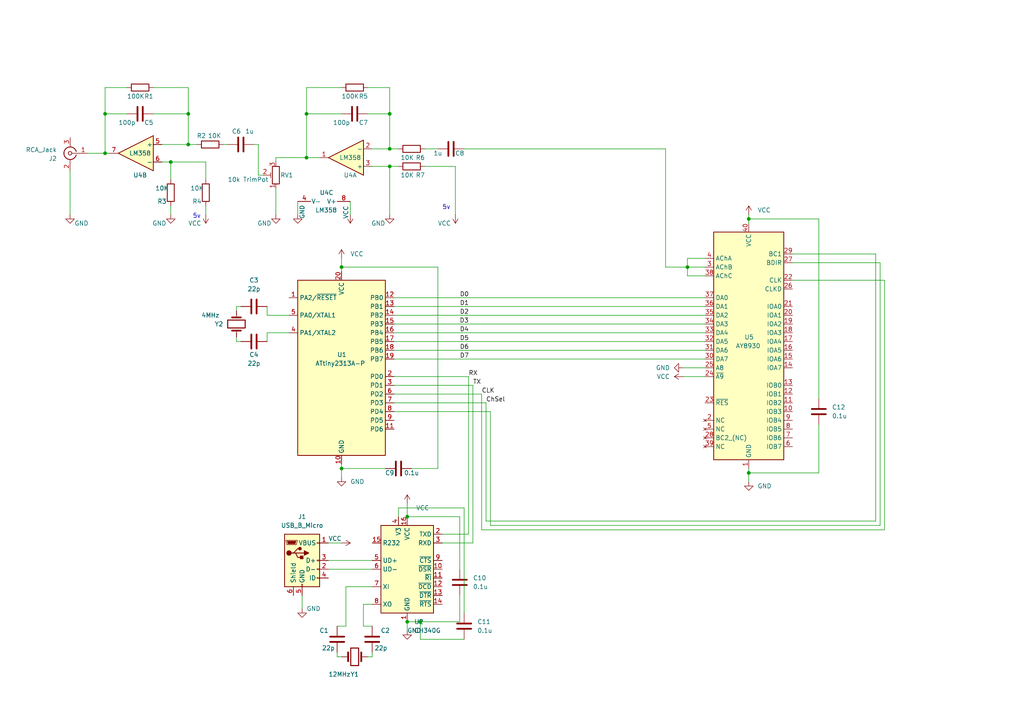
<source format=kicad_sch>
(kicad_sch (version 20211123) (generator eeschema)

  (uuid 8fd57cd7-3b36-4129-93db-afd9608f7ab1)

  (paper "A4")

  (lib_symbols
    (symbol "AY8930:AY8930" (in_bom yes) (on_board yes)
      (property "Reference" "U" (id 0) (at -7.62 34.544 0)
        (effects (font (size 1.27 1.27)) (justify right))
      )
      (property "Value" "AY8930" (id 1) (at 3.81 6.35 0)
        (effects (font (size 1.27 1.27)) (justify right))
      )
      (property "Footprint" "Package_DIP:DIP-40_W15.24mm" (id 2) (at 0 -38.1 0)
        (effects (font (size 1.27 1.27)) hide)
      )
      (property "Datasheet" "" (id 3) (at -2.54 36.195 0)
        (effects (font (size 1.27 1.27)) hide)
      )
      (property "ki_keywords" "MCU" (id 4) (at 0 0 0)
        (effects (font (size 1.27 1.27)) hide)
      )
      (property "ki_description" "8-Bit Microprocessing unit 2.0MHz, DIP-40" (id 5) (at 0 0 0)
        (effects (font (size 1.27 1.27)) hide)
      )
      (property "ki_fp_filters" "DIP*W15.24mm*" (id 6) (at 0 0 0)
        (effects (font (size 1.27 1.27)) hide)
      )
      (symbol "AY8930_0_1"
        (rectangle (start -10.16 -33.02) (end 10.16 33.02)
          (stroke (width 0.254) (type default) (color 0 0 0 0))
          (fill (type background))
        )
      )
      (symbol "AY8930_1_1"
        (pin power_in line (at 0 -35.56 90) (length 2.54)
          (name "GND" (effects (font (size 1.27 1.27))))
          (number "1" (effects (font (size 1.27 1.27))))
        )
        (pin input line (at -12.7 -19.05 0) (length 2.54)
          (name "IOB3" (effects (font (size 1.27 1.27))))
          (number "10" (effects (font (size 1.27 1.27))))
        )
        (pin input line (at -12.7 -16.51 0) (length 2.54)
          (name "IOB2" (effects (font (size 1.27 1.27))))
          (number "11" (effects (font (size 1.27 1.27))))
        )
        (pin input line (at -12.7 -13.97 0) (length 2.54)
          (name "IOB1" (effects (font (size 1.27 1.27))))
          (number "12" (effects (font (size 1.27 1.27))))
        )
        (pin input line (at -12.7 -11.43 0) (length 2.54)
          (name "IOB0" (effects (font (size 1.27 1.27))))
          (number "13" (effects (font (size 1.27 1.27))))
        )
        (pin input line (at -12.7 -6.35 0) (length 2.54)
          (name "IOA7" (effects (font (size 1.27 1.27))))
          (number "14" (effects (font (size 1.27 1.27))))
        )
        (pin input line (at -12.7 -3.81 0) (length 2.54)
          (name "IOA6" (effects (font (size 1.27 1.27))))
          (number "15" (effects (font (size 1.27 1.27))))
        )
        (pin input line (at -12.7 -1.27 0) (length 2.54)
          (name "IOA5" (effects (font (size 1.27 1.27))))
          (number "16" (effects (font (size 1.27 1.27))))
        )
        (pin input line (at -12.7 1.27 0) (length 2.54)
          (name "IOA4" (effects (font (size 1.27 1.27))))
          (number "17" (effects (font (size 1.27 1.27))))
        )
        (pin input line (at -12.7 3.81 0) (length 2.54)
          (name "IOA3" (effects (font (size 1.27 1.27))))
          (number "18" (effects (font (size 1.27 1.27))))
        )
        (pin input line (at -12.7 6.35 0) (length 2.54)
          (name "IOA2" (effects (font (size 1.27 1.27))))
          (number "19" (effects (font (size 1.27 1.27))))
        )
        (pin no_connect line (at 12.7 -21.59 180) (length 2.54)
          (name "NC" (effects (font (size 1.27 1.27))))
          (number "2" (effects (font (size 1.27 1.27))))
        )
        (pin input line (at -12.7 8.89 0) (length 2.54)
          (name "IOA1" (effects (font (size 1.27 1.27))))
          (number "20" (effects (font (size 1.27 1.27))))
        )
        (pin input line (at -12.7 11.43 0) (length 2.54)
          (name "IOA0" (effects (font (size 1.27 1.27))))
          (number "21" (effects (font (size 1.27 1.27))))
        )
        (pin input line (at -12.7 19.05 0) (length 2.54)
          (name "CLK" (effects (font (size 1.27 1.27))))
          (number "22" (effects (font (size 1.27 1.27))))
        )
        (pin input line (at 12.7 -16.51 180) (length 2.54)
          (name "~{RES}" (effects (font (size 1.27 1.27))))
          (number "23" (effects (font (size 1.27 1.27))))
        )
        (pin input line (at 12.7 -8.89 180) (length 2.54)
          (name "~{A9}" (effects (font (size 1.27 1.27))))
          (number "24" (effects (font (size 1.27 1.27))))
        )
        (pin input line (at 12.7 -6.35 180) (length 2.54)
          (name "A8" (effects (font (size 1.27 1.27))))
          (number "25" (effects (font (size 1.27 1.27))))
        )
        (pin input line (at -12.7 16.51 0) (length 2.54)
          (name "CLKD" (effects (font (size 1.27 1.27))))
          (number "26" (effects (font (size 1.27 1.27))))
        )
        (pin input line (at -12.7 24.13 0) (length 2.54)
          (name "BDIR" (effects (font (size 1.27 1.27))))
          (number "27" (effects (font (size 1.27 1.27))))
        )
        (pin no_connect line (at 12.7 -26.67 180) (length 2.54)
          (name "BC2_(NC)" (effects (font (size 1.27 1.27))))
          (number "28" (effects (font (size 1.27 1.27))))
        )
        (pin input line (at -12.7 26.67 0) (length 2.54)
          (name "BC1" (effects (font (size 1.27 1.27))))
          (number "29" (effects (font (size 1.27 1.27))))
        )
        (pin output line (at 12.7 22.86 180) (length 2.54)
          (name "AChB" (effects (font (size 1.27 1.27))))
          (number "3" (effects (font (size 1.27 1.27))))
        )
        (pin input line (at 12.7 -3.81 180) (length 2.54)
          (name "DA7" (effects (font (size 1.27 1.27))))
          (number "30" (effects (font (size 1.27 1.27))))
        )
        (pin input line (at 12.7 -1.27 180) (length 2.54)
          (name "DA6" (effects (font (size 1.27 1.27))))
          (number "31" (effects (font (size 1.27 1.27))))
        )
        (pin input line (at 12.7 1.27 180) (length 2.54)
          (name "DA5" (effects (font (size 1.27 1.27))))
          (number "32" (effects (font (size 1.27 1.27))))
        )
        (pin input line (at 12.7 3.81 180) (length 2.54)
          (name "DA4" (effects (font (size 1.27 1.27))))
          (number "33" (effects (font (size 1.27 1.27))))
        )
        (pin input line (at 12.7 6.35 180) (length 2.54)
          (name "DA3" (effects (font (size 1.27 1.27))))
          (number "34" (effects (font (size 1.27 1.27))))
        )
        (pin input line (at 12.7 8.89 180) (length 2.54)
          (name "DA2" (effects (font (size 1.27 1.27))))
          (number "35" (effects (font (size 1.27 1.27))))
        )
        (pin input line (at 12.7 11.43 180) (length 2.54)
          (name "DA1" (effects (font (size 1.27 1.27))))
          (number "36" (effects (font (size 1.27 1.27))))
        )
        (pin input line (at 12.7 13.97 180) (length 2.54)
          (name "DA0" (effects (font (size 1.27 1.27))))
          (number "37" (effects (font (size 1.27 1.27))))
        )
        (pin output line (at 12.7 20.32 180) (length 2.54)
          (name "AChC" (effects (font (size 1.27 1.27))))
          (number "38" (effects (font (size 1.27 1.27))))
        )
        (pin no_connect line (at 12.7 -29.21 180) (length 2.54)
          (name "NC" (effects (font (size 1.27 1.27))))
          (number "39" (effects (font (size 1.27 1.27))))
        )
        (pin output line (at 12.7 25.4 180) (length 2.54)
          (name "AChA" (effects (font (size 1.27 1.27))))
          (number "4" (effects (font (size 1.27 1.27))))
        )
        (pin power_in line (at 0 35.56 270) (length 2.54)
          (name "VCC" (effects (font (size 1.27 1.27))))
          (number "40" (effects (font (size 1.27 1.27))))
        )
        (pin no_connect line (at 12.7 -24.13 180) (length 2.54)
          (name "NC" (effects (font (size 1.27 1.27))))
          (number "5" (effects (font (size 1.27 1.27))))
        )
        (pin input line (at -12.7 -29.21 0) (length 2.54)
          (name "IOB7" (effects (font (size 1.27 1.27))))
          (number "6" (effects (font (size 1.27 1.27))))
        )
        (pin input line (at -12.7 -26.67 0) (length 2.54)
          (name "IOB6" (effects (font (size 1.27 1.27))))
          (number "7" (effects (font (size 1.27 1.27))))
        )
        (pin input line (at -12.7 -24.13 0) (length 2.54)
          (name "IOB5" (effects (font (size 1.27 1.27))))
          (number "8" (effects (font (size 1.27 1.27))))
        )
        (pin input line (at -12.7 -21.59 0) (length 2.54)
          (name "IOB4" (effects (font (size 1.27 1.27))))
          (number "9" (effects (font (size 1.27 1.27))))
        )
      )
    )
    (symbol "Amplifier_Operational:LM358" (pin_names (offset 0.127)) (in_bom yes) (on_board yes)
      (property "Reference" "U" (id 0) (at 0 5.08 0)
        (effects (font (size 1.27 1.27)) (justify left))
      )
      (property "Value" "LM358" (id 1) (at 0 -5.08 0)
        (effects (font (size 1.27 1.27)) (justify left))
      )
      (property "Footprint" "" (id 2) (at 0 0 0)
        (effects (font (size 1.27 1.27)) hide)
      )
      (property "Datasheet" "http://www.ti.com/lit/ds/symlink/lm2904-n.pdf" (id 3) (at 0 0 0)
        (effects (font (size 1.27 1.27)) hide)
      )
      (property "ki_locked" "" (id 4) (at 0 0 0)
        (effects (font (size 1.27 1.27)))
      )
      (property "ki_keywords" "dual opamp" (id 5) (at 0 0 0)
        (effects (font (size 1.27 1.27)) hide)
      )
      (property "ki_description" "Low-Power, Dual Operational Amplifiers, DIP-8/SOIC-8/TO-99-8" (id 6) (at 0 0 0)
        (effects (font (size 1.27 1.27)) hide)
      )
      (property "ki_fp_filters" "SOIC*3.9x4.9mm*P1.27mm* DIP*W7.62mm* TO*99* OnSemi*Micro8* TSSOP*3x3mm*P0.65mm* TSSOP*4.4x3mm*P0.65mm* MSOP*3x3mm*P0.65mm* SSOP*3.9x4.9mm*P0.635mm* LFCSP*2x2mm*P0.5mm* *SIP* SOIC*5.3x6.2mm*P1.27mm*" (id 7) (at 0 0 0)
        (effects (font (size 1.27 1.27)) hide)
      )
      (symbol "LM358_1_1"
        (polyline
          (pts
            (xy -5.08 5.08)
            (xy 5.08 0)
            (xy -5.08 -5.08)
            (xy -5.08 5.08)
          )
          (stroke (width 0.254) (type default) (color 0 0 0 0))
          (fill (type background))
        )
        (pin output line (at 7.62 0 180) (length 2.54)
          (name "~" (effects (font (size 1.27 1.27))))
          (number "1" (effects (font (size 1.27 1.27))))
        )
        (pin input line (at -7.62 -2.54 0) (length 2.54)
          (name "-" (effects (font (size 1.27 1.27))))
          (number "2" (effects (font (size 1.27 1.27))))
        )
        (pin input line (at -7.62 2.54 0) (length 2.54)
          (name "+" (effects (font (size 1.27 1.27))))
          (number "3" (effects (font (size 1.27 1.27))))
        )
      )
      (symbol "LM358_2_1"
        (polyline
          (pts
            (xy -5.08 5.08)
            (xy 5.08 0)
            (xy -5.08 -5.08)
            (xy -5.08 5.08)
          )
          (stroke (width 0.254) (type default) (color 0 0 0 0))
          (fill (type background))
        )
        (pin input line (at -7.62 2.54 0) (length 2.54)
          (name "+" (effects (font (size 1.27 1.27))))
          (number "5" (effects (font (size 1.27 1.27))))
        )
        (pin input line (at -7.62 -2.54 0) (length 2.54)
          (name "-" (effects (font (size 1.27 1.27))))
          (number "6" (effects (font (size 1.27 1.27))))
        )
        (pin output line (at 7.62 0 180) (length 2.54)
          (name "~" (effects (font (size 1.27 1.27))))
          (number "7" (effects (font (size 1.27 1.27))))
        )
      )
      (symbol "LM358_3_1"
        (pin power_in line (at -2.54 -7.62 90) (length 3.81)
          (name "V-" (effects (font (size 1.27 1.27))))
          (number "4" (effects (font (size 1.27 1.27))))
        )
        (pin power_in line (at -2.54 7.62 270) (length 3.81)
          (name "V+" (effects (font (size 1.27 1.27))))
          (number "8" (effects (font (size 1.27 1.27))))
        )
      )
    )
    (symbol "Connector:USB_B_Micro" (pin_names (offset 1.016)) (in_bom yes) (on_board yes)
      (property "Reference" "J" (id 0) (at -5.08 11.43 0)
        (effects (font (size 1.27 1.27)) (justify left))
      )
      (property "Value" "USB_B_Micro" (id 1) (at -5.08 8.89 0)
        (effects (font (size 1.27 1.27)) (justify left))
      )
      (property "Footprint" "" (id 2) (at 3.81 -1.27 0)
        (effects (font (size 1.27 1.27)) hide)
      )
      (property "Datasheet" "~" (id 3) (at 3.81 -1.27 0)
        (effects (font (size 1.27 1.27)) hide)
      )
      (property "ki_keywords" "connector USB micro" (id 4) (at 0 0 0)
        (effects (font (size 1.27 1.27)) hide)
      )
      (property "ki_description" "USB Micro Type B connector" (id 5) (at 0 0 0)
        (effects (font (size 1.27 1.27)) hide)
      )
      (property "ki_fp_filters" "USB*" (id 6) (at 0 0 0)
        (effects (font (size 1.27 1.27)) hide)
      )
      (symbol "USB_B_Micro_0_1"
        (rectangle (start -5.08 -7.62) (end 5.08 7.62)
          (stroke (width 0.254) (type default) (color 0 0 0 0))
          (fill (type background))
        )
        (circle (center -3.81 2.159) (radius 0.635)
          (stroke (width 0.254) (type default) (color 0 0 0 0))
          (fill (type outline))
        )
        (circle (center -0.635 3.429) (radius 0.381)
          (stroke (width 0.254) (type default) (color 0 0 0 0))
          (fill (type outline))
        )
        (rectangle (start -0.127 -7.62) (end 0.127 -6.858)
          (stroke (width 0) (type default) (color 0 0 0 0))
          (fill (type none))
        )
        (polyline
          (pts
            (xy -1.905 2.159)
            (xy 0.635 2.159)
          )
          (stroke (width 0.254) (type default) (color 0 0 0 0))
          (fill (type none))
        )
        (polyline
          (pts
            (xy -3.175 2.159)
            (xy -2.54 2.159)
            (xy -1.27 3.429)
            (xy -0.635 3.429)
          )
          (stroke (width 0.254) (type default) (color 0 0 0 0))
          (fill (type none))
        )
        (polyline
          (pts
            (xy -2.54 2.159)
            (xy -1.905 2.159)
            (xy -1.27 0.889)
            (xy 0 0.889)
          )
          (stroke (width 0.254) (type default) (color 0 0 0 0))
          (fill (type none))
        )
        (polyline
          (pts
            (xy 0.635 2.794)
            (xy 0.635 1.524)
            (xy 1.905 2.159)
            (xy 0.635 2.794)
          )
          (stroke (width 0.254) (type default) (color 0 0 0 0))
          (fill (type outline))
        )
        (polyline
          (pts
            (xy -4.318 5.588)
            (xy -1.778 5.588)
            (xy -2.032 4.826)
            (xy -4.064 4.826)
            (xy -4.318 5.588)
          )
          (stroke (width 0) (type default) (color 0 0 0 0))
          (fill (type outline))
        )
        (polyline
          (pts
            (xy -4.699 5.842)
            (xy -4.699 5.588)
            (xy -4.445 4.826)
            (xy -4.445 4.572)
            (xy -1.651 4.572)
            (xy -1.651 4.826)
            (xy -1.397 5.588)
            (xy -1.397 5.842)
            (xy -4.699 5.842)
          )
          (stroke (width 0) (type default) (color 0 0 0 0))
          (fill (type none))
        )
        (rectangle (start 0.254 1.27) (end -0.508 0.508)
          (stroke (width 0.254) (type default) (color 0 0 0 0))
          (fill (type outline))
        )
        (rectangle (start 5.08 -5.207) (end 4.318 -4.953)
          (stroke (width 0) (type default) (color 0 0 0 0))
          (fill (type none))
        )
        (rectangle (start 5.08 -2.667) (end 4.318 -2.413)
          (stroke (width 0) (type default) (color 0 0 0 0))
          (fill (type none))
        )
        (rectangle (start 5.08 -0.127) (end 4.318 0.127)
          (stroke (width 0) (type default) (color 0 0 0 0))
          (fill (type none))
        )
        (rectangle (start 5.08 4.953) (end 4.318 5.207)
          (stroke (width 0) (type default) (color 0 0 0 0))
          (fill (type none))
        )
      )
      (symbol "USB_B_Micro_1_1"
        (pin power_out line (at 7.62 5.08 180) (length 2.54)
          (name "VBUS" (effects (font (size 1.27 1.27))))
          (number "1" (effects (font (size 1.27 1.27))))
        )
        (pin bidirectional line (at 7.62 -2.54 180) (length 2.54)
          (name "D-" (effects (font (size 1.27 1.27))))
          (number "2" (effects (font (size 1.27 1.27))))
        )
        (pin bidirectional line (at 7.62 0 180) (length 2.54)
          (name "D+" (effects (font (size 1.27 1.27))))
          (number "3" (effects (font (size 1.27 1.27))))
        )
        (pin passive line (at 7.62 -5.08 180) (length 2.54)
          (name "ID" (effects (font (size 1.27 1.27))))
          (number "4" (effects (font (size 1.27 1.27))))
        )
        (pin power_out line (at 0 -10.16 90) (length 2.54)
          (name "GND" (effects (font (size 1.27 1.27))))
          (number "5" (effects (font (size 1.27 1.27))))
        )
        (pin passive line (at -2.54 -10.16 90) (length 2.54)
          (name "Shield" (effects (font (size 1.27 1.27))))
          (number "6" (effects (font (size 1.27 1.27))))
        )
      )
    )
    (symbol "Device:C" (pin_numbers hide) (pin_names (offset 0.254)) (in_bom yes) (on_board yes)
      (property "Reference" "C" (id 0) (at 0.635 2.54 0)
        (effects (font (size 1.27 1.27)) (justify left))
      )
      (property "Value" "C" (id 1) (at 0.635 -2.54 0)
        (effects (font (size 1.27 1.27)) (justify left))
      )
      (property "Footprint" "" (id 2) (at 0.9652 -3.81 0)
        (effects (font (size 1.27 1.27)) hide)
      )
      (property "Datasheet" "~" (id 3) (at 0 0 0)
        (effects (font (size 1.27 1.27)) hide)
      )
      (property "ki_keywords" "cap capacitor" (id 4) (at 0 0 0)
        (effects (font (size 1.27 1.27)) hide)
      )
      (property "ki_description" "Unpolarized capacitor" (id 5) (at 0 0 0)
        (effects (font (size 1.27 1.27)) hide)
      )
      (property "ki_fp_filters" "C_*" (id 6) (at 0 0 0)
        (effects (font (size 1.27 1.27)) hide)
      )
      (symbol "C_0_1"
        (polyline
          (pts
            (xy -2.032 -0.762)
            (xy 2.032 -0.762)
          )
          (stroke (width 0.508) (type default) (color 0 0 0 0))
          (fill (type none))
        )
        (polyline
          (pts
            (xy -2.032 0.762)
            (xy 2.032 0.762)
          )
          (stroke (width 0.508) (type default) (color 0 0 0 0))
          (fill (type none))
        )
      )
      (symbol "C_1_1"
        (pin passive line (at 0 3.81 270) (length 2.794)
          (name "~" (effects (font (size 1.27 1.27))))
          (number "1" (effects (font (size 1.27 1.27))))
        )
        (pin passive line (at 0 -3.81 90) (length 2.794)
          (name "~" (effects (font (size 1.27 1.27))))
          (number "2" (effects (font (size 1.27 1.27))))
        )
      )
    )
    (symbol "Device:Crystal" (pin_numbers hide) (pin_names (offset 1.016) hide) (in_bom yes) (on_board yes)
      (property "Reference" "Y" (id 0) (at 0 3.81 0)
        (effects (font (size 1.27 1.27)))
      )
      (property "Value" "Crystal" (id 1) (at 0 -3.81 0)
        (effects (font (size 1.27 1.27)))
      )
      (property "Footprint" "" (id 2) (at 0 0 0)
        (effects (font (size 1.27 1.27)) hide)
      )
      (property "Datasheet" "~" (id 3) (at 0 0 0)
        (effects (font (size 1.27 1.27)) hide)
      )
      (property "ki_keywords" "quartz ceramic resonator oscillator" (id 4) (at 0 0 0)
        (effects (font (size 1.27 1.27)) hide)
      )
      (property "ki_description" "Two pin crystal" (id 5) (at 0 0 0)
        (effects (font (size 1.27 1.27)) hide)
      )
      (property "ki_fp_filters" "Crystal*" (id 6) (at 0 0 0)
        (effects (font (size 1.27 1.27)) hide)
      )
      (symbol "Crystal_0_1"
        (rectangle (start -1.143 2.54) (end 1.143 -2.54)
          (stroke (width 0.3048) (type default) (color 0 0 0 0))
          (fill (type none))
        )
        (polyline
          (pts
            (xy -2.54 0)
            (xy -1.905 0)
          )
          (stroke (width 0) (type default) (color 0 0 0 0))
          (fill (type none))
        )
        (polyline
          (pts
            (xy -1.905 -1.27)
            (xy -1.905 1.27)
          )
          (stroke (width 0.508) (type default) (color 0 0 0 0))
          (fill (type none))
        )
        (polyline
          (pts
            (xy 1.905 -1.27)
            (xy 1.905 1.27)
          )
          (stroke (width 0.508) (type default) (color 0 0 0 0))
          (fill (type none))
        )
        (polyline
          (pts
            (xy 2.54 0)
            (xy 1.905 0)
          )
          (stroke (width 0) (type default) (color 0 0 0 0))
          (fill (type none))
        )
      )
      (symbol "Crystal_1_1"
        (pin passive line (at -3.81 0 0) (length 1.27)
          (name "1" (effects (font (size 1.27 1.27))))
          (number "1" (effects (font (size 1.27 1.27))))
        )
        (pin passive line (at 3.81 0 180) (length 1.27)
          (name "2" (effects (font (size 1.27 1.27))))
          (number "2" (effects (font (size 1.27 1.27))))
        )
      )
    )
    (symbol "Device:R" (pin_numbers hide) (pin_names (offset 0)) (in_bom yes) (on_board yes)
      (property "Reference" "R" (id 0) (at 2.032 0 90)
        (effects (font (size 1.27 1.27)))
      )
      (property "Value" "R" (id 1) (at 0 0 90)
        (effects (font (size 1.27 1.27)))
      )
      (property "Footprint" "" (id 2) (at -1.778 0 90)
        (effects (font (size 1.27 1.27)) hide)
      )
      (property "Datasheet" "~" (id 3) (at 0 0 0)
        (effects (font (size 1.27 1.27)) hide)
      )
      (property "ki_keywords" "R res resistor" (id 4) (at 0 0 0)
        (effects (font (size 1.27 1.27)) hide)
      )
      (property "ki_description" "Resistor" (id 5) (at 0 0 0)
        (effects (font (size 1.27 1.27)) hide)
      )
      (property "ki_fp_filters" "R_*" (id 6) (at 0 0 0)
        (effects (font (size 1.27 1.27)) hide)
      )
      (symbol "R_0_1"
        (rectangle (start -1.016 -2.54) (end 1.016 2.54)
          (stroke (width 0.254) (type default) (color 0 0 0 0))
          (fill (type none))
        )
      )
      (symbol "R_1_1"
        (pin passive line (at 0 3.81 270) (length 1.27)
          (name "~" (effects (font (size 1.27 1.27))))
          (number "1" (effects (font (size 1.27 1.27))))
        )
        (pin passive line (at 0 -3.81 90) (length 1.27)
          (name "~" (effects (font (size 1.27 1.27))))
          (number "2" (effects (font (size 1.27 1.27))))
        )
      )
    )
    (symbol "Device:R_Potentiometer_Trim" (pin_names (offset 1.016) hide) (in_bom yes) (on_board yes)
      (property "Reference" "RV" (id 0) (at -4.445 0 90)
        (effects (font (size 1.27 1.27)))
      )
      (property "Value" "R_Potentiometer_Trim" (id 1) (at -2.54 0 90)
        (effects (font (size 1.27 1.27)))
      )
      (property "Footprint" "" (id 2) (at 0 0 0)
        (effects (font (size 1.27 1.27)) hide)
      )
      (property "Datasheet" "~" (id 3) (at 0 0 0)
        (effects (font (size 1.27 1.27)) hide)
      )
      (property "ki_keywords" "resistor variable trimpot trimmer" (id 4) (at 0 0 0)
        (effects (font (size 1.27 1.27)) hide)
      )
      (property "ki_description" "Trim-potentiometer" (id 5) (at 0 0 0)
        (effects (font (size 1.27 1.27)) hide)
      )
      (property "ki_fp_filters" "Potentiometer*" (id 6) (at 0 0 0)
        (effects (font (size 1.27 1.27)) hide)
      )
      (symbol "R_Potentiometer_Trim_0_1"
        (polyline
          (pts
            (xy 1.524 0.762)
            (xy 1.524 -0.762)
          )
          (stroke (width 0) (type default) (color 0 0 0 0))
          (fill (type none))
        )
        (polyline
          (pts
            (xy 2.54 0)
            (xy 1.524 0)
          )
          (stroke (width 0) (type default) (color 0 0 0 0))
          (fill (type none))
        )
        (rectangle (start 1.016 2.54) (end -1.016 -2.54)
          (stroke (width 0.254) (type default) (color 0 0 0 0))
          (fill (type none))
        )
      )
      (symbol "R_Potentiometer_Trim_1_1"
        (pin passive line (at 0 3.81 270) (length 1.27)
          (name "1" (effects (font (size 1.27 1.27))))
          (number "1" (effects (font (size 1.27 1.27))))
        )
        (pin passive line (at 3.81 0 180) (length 1.27)
          (name "2" (effects (font (size 1.27 1.27))))
          (number "2" (effects (font (size 1.27 1.27))))
        )
        (pin passive line (at 0 -3.81 90) (length 1.27)
          (name "3" (effects (font (size 1.27 1.27))))
          (number "3" (effects (font (size 1.27 1.27))))
        )
      )
    )
    (symbol "Interface_USB:CH340G" (in_bom yes) (on_board yes)
      (property "Reference" "U" (id 0) (at -5.08 13.97 0)
        (effects (font (size 1.27 1.27)) (justify right))
      )
      (property "Value" "CH340G" (id 1) (at 1.27 13.97 0)
        (effects (font (size 1.27 1.27)) (justify left))
      )
      (property "Footprint" "Package_SO:SOIC-16_3.9x9.9mm_P1.27mm" (id 2) (at 1.27 -13.97 0)
        (effects (font (size 1.27 1.27)) (justify left) hide)
      )
      (property "Datasheet" "http://www.datasheet5.com/pdf-local-2195953" (id 3) (at -8.89 20.32 0)
        (effects (font (size 1.27 1.27)) hide)
      )
      (property "ki_keywords" "USB UART Serial Converter Interface" (id 4) (at 0 0 0)
        (effects (font (size 1.27 1.27)) hide)
      )
      (property "ki_description" "USB serial converter, UART, SOIC-16" (id 5) (at 0 0 0)
        (effects (font (size 1.27 1.27)) hide)
      )
      (property "ki_fp_filters" "SOIC*3.9x9.9mm*P1.27mm*" (id 6) (at 0 0 0)
        (effects (font (size 1.27 1.27)) hide)
      )
      (symbol "CH340G_0_1"
        (rectangle (start -7.62 12.7) (end 7.62 -12.7)
          (stroke (width 0.254) (type default) (color 0 0 0 0))
          (fill (type background))
        )
      )
      (symbol "CH340G_1_1"
        (pin power_in line (at 0 -15.24 90) (length 2.54)
          (name "GND" (effects (font (size 1.27 1.27))))
          (number "1" (effects (font (size 1.27 1.27))))
        )
        (pin input line (at 10.16 0 180) (length 2.54)
          (name "~{DSR}" (effects (font (size 1.27 1.27))))
          (number "10" (effects (font (size 1.27 1.27))))
        )
        (pin input line (at 10.16 -2.54 180) (length 2.54)
          (name "~{RI}" (effects (font (size 1.27 1.27))))
          (number "11" (effects (font (size 1.27 1.27))))
        )
        (pin input line (at 10.16 -5.08 180) (length 2.54)
          (name "~{DCD}" (effects (font (size 1.27 1.27))))
          (number "12" (effects (font (size 1.27 1.27))))
        )
        (pin output line (at 10.16 -7.62 180) (length 2.54)
          (name "~{DTR}" (effects (font (size 1.27 1.27))))
          (number "13" (effects (font (size 1.27 1.27))))
        )
        (pin output line (at 10.16 -10.16 180) (length 2.54)
          (name "~{RTS}" (effects (font (size 1.27 1.27))))
          (number "14" (effects (font (size 1.27 1.27))))
        )
        (pin input line (at -10.16 7.62 0) (length 2.54)
          (name "R232" (effects (font (size 1.27 1.27))))
          (number "15" (effects (font (size 1.27 1.27))))
        )
        (pin power_in line (at 0 15.24 270) (length 2.54)
          (name "VCC" (effects (font (size 1.27 1.27))))
          (number "16" (effects (font (size 1.27 1.27))))
        )
        (pin output line (at 10.16 10.16 180) (length 2.54)
          (name "TXD" (effects (font (size 1.27 1.27))))
          (number "2" (effects (font (size 1.27 1.27))))
        )
        (pin input line (at 10.16 7.62 180) (length 2.54)
          (name "RXD" (effects (font (size 1.27 1.27))))
          (number "3" (effects (font (size 1.27 1.27))))
        )
        (pin passive line (at -2.54 15.24 270) (length 2.54)
          (name "V3" (effects (font (size 1.27 1.27))))
          (number "4" (effects (font (size 1.27 1.27))))
        )
        (pin bidirectional line (at -10.16 2.54 0) (length 2.54)
          (name "UD+" (effects (font (size 1.27 1.27))))
          (number "5" (effects (font (size 1.27 1.27))))
        )
        (pin bidirectional line (at -10.16 0 0) (length 2.54)
          (name "UD-" (effects (font (size 1.27 1.27))))
          (number "6" (effects (font (size 1.27 1.27))))
        )
        (pin input line (at -10.16 -5.08 0) (length 2.54)
          (name "XI" (effects (font (size 1.27 1.27))))
          (number "7" (effects (font (size 1.27 1.27))))
        )
        (pin output line (at -10.16 -10.16 0) (length 2.54)
          (name "XO" (effects (font (size 1.27 1.27))))
          (number "8" (effects (font (size 1.27 1.27))))
        )
        (pin input line (at 10.16 2.54 180) (length 2.54)
          (name "~{CTS}" (effects (font (size 1.27 1.27))))
          (number "9" (effects (font (size 1.27 1.27))))
        )
      )
    )
    (symbol "MCU_Microchip_ATtiny:ATtiny2313A-P" (in_bom yes) (on_board yes)
      (property "Reference" "U" (id 0) (at -12.7 26.67 0)
        (effects (font (size 1.27 1.27)) (justify left bottom))
      )
      (property "Value" "ATtiny2313A-P" (id 1) (at 2.54 -26.67 0)
        (effects (font (size 1.27 1.27)) (justify left top))
      )
      (property "Footprint" "Package_DIP:DIP-20_W7.62mm" (id 2) (at 0 0 0)
        (effects (font (size 1.27 1.27) italic) hide)
      )
      (property "Datasheet" "http://ww1.microchip.com/downloads/en/DeviceDoc/doc8246.pdf" (id 3) (at 0 0 0)
        (effects (font (size 1.27 1.27)) hide)
      )
      (property "ki_keywords" "AVR 8bit Microcontroller tinyAVR" (id 4) (at 0 0 0)
        (effects (font (size 1.27 1.27)) hide)
      )
      (property "ki_description" "20MHz, 2kB Flash, 128B SRAM, 128B EEPROM, DIP-20" (id 5) (at 0 0 0)
        (effects (font (size 1.27 1.27)) hide)
      )
      (property "ki_fp_filters" "DIP*W7.62mm*" (id 6) (at 0 0 0)
        (effects (font (size 1.27 1.27)) hide)
      )
      (symbol "ATtiny2313A-P_0_1"
        (rectangle (start -12.7 -25.4) (end 12.7 25.4)
          (stroke (width 0.254) (type default) (color 0 0 0 0))
          (fill (type background))
        )
      )
      (symbol "ATtiny2313A-P_1_1"
        (pin bidirectional line (at -15.24 20.32 0) (length 2.54)
          (name "PA2/~{RESET}" (effects (font (size 1.27 1.27))))
          (number "1" (effects (font (size 1.27 1.27))))
        )
        (pin power_in line (at 0 -27.94 90) (length 2.54)
          (name "GND" (effects (font (size 1.27 1.27))))
          (number "10" (effects (font (size 1.27 1.27))))
        )
        (pin bidirectional line (at 15.24 -17.78 180) (length 2.54)
          (name "PD6" (effects (font (size 1.27 1.27))))
          (number "11" (effects (font (size 1.27 1.27))))
        )
        (pin bidirectional line (at 15.24 20.32 180) (length 2.54)
          (name "PB0" (effects (font (size 1.27 1.27))))
          (number "12" (effects (font (size 1.27 1.27))))
        )
        (pin bidirectional line (at 15.24 17.78 180) (length 2.54)
          (name "PB1" (effects (font (size 1.27 1.27))))
          (number "13" (effects (font (size 1.27 1.27))))
        )
        (pin bidirectional line (at 15.24 15.24 180) (length 2.54)
          (name "PB2" (effects (font (size 1.27 1.27))))
          (number "14" (effects (font (size 1.27 1.27))))
        )
        (pin bidirectional line (at 15.24 12.7 180) (length 2.54)
          (name "PB3" (effects (font (size 1.27 1.27))))
          (number "15" (effects (font (size 1.27 1.27))))
        )
        (pin bidirectional line (at 15.24 10.16 180) (length 2.54)
          (name "PB4" (effects (font (size 1.27 1.27))))
          (number "16" (effects (font (size 1.27 1.27))))
        )
        (pin bidirectional line (at 15.24 7.62 180) (length 2.54)
          (name "PB5" (effects (font (size 1.27 1.27))))
          (number "17" (effects (font (size 1.27 1.27))))
        )
        (pin bidirectional line (at 15.24 5.08 180) (length 2.54)
          (name "PB6" (effects (font (size 1.27 1.27))))
          (number "18" (effects (font (size 1.27 1.27))))
        )
        (pin bidirectional line (at 15.24 2.54 180) (length 2.54)
          (name "PB7" (effects (font (size 1.27 1.27))))
          (number "19" (effects (font (size 1.27 1.27))))
        )
        (pin bidirectional line (at 15.24 -2.54 180) (length 2.54)
          (name "PD0" (effects (font (size 1.27 1.27))))
          (number "2" (effects (font (size 1.27 1.27))))
        )
        (pin power_in line (at 0 27.94 270) (length 2.54)
          (name "VCC" (effects (font (size 1.27 1.27))))
          (number "20" (effects (font (size 1.27 1.27))))
        )
        (pin bidirectional line (at 15.24 -5.08 180) (length 2.54)
          (name "PD1" (effects (font (size 1.27 1.27))))
          (number "3" (effects (font (size 1.27 1.27))))
        )
        (pin bidirectional line (at -15.24 10.16 0) (length 2.54)
          (name "PA1/XTAL2" (effects (font (size 1.27 1.27))))
          (number "4" (effects (font (size 1.27 1.27))))
        )
        (pin bidirectional line (at -15.24 15.24 0) (length 2.54)
          (name "PA0/XTAL1" (effects (font (size 1.27 1.27))))
          (number "5" (effects (font (size 1.27 1.27))))
        )
        (pin bidirectional line (at 15.24 -7.62 180) (length 2.54)
          (name "PD2" (effects (font (size 1.27 1.27))))
          (number "6" (effects (font (size 1.27 1.27))))
        )
        (pin bidirectional line (at 15.24 -10.16 180) (length 2.54)
          (name "PD3" (effects (font (size 1.27 1.27))))
          (number "7" (effects (font (size 1.27 1.27))))
        )
        (pin bidirectional line (at 15.24 -12.7 180) (length 2.54)
          (name "PD4" (effects (font (size 1.27 1.27))))
          (number "8" (effects (font (size 1.27 1.27))))
        )
        (pin bidirectional line (at 15.24 -15.24 180) (length 2.54)
          (name "PD5" (effects (font (size 1.27 1.27))))
          (number "9" (effects (font (size 1.27 1.27))))
        )
      )
    )
    (symbol "RCA_jack:RCA_Jack" (pin_names (offset 1.016) hide) (in_bom yes) (on_board yes)
      (property "Reference" "J" (id 0) (at 2.54 0 90)
        (effects (font (size 1.27 1.27)))
      )
      (property "Value" "RCA_Jack" (id 1) (at 5.08 0 90)
        (effects (font (size 1.27 1.27)))
      )
      (property "Footprint" "" (id 2) (at 0 0 0)
        (effects (font (size 1.27 1.27)) hide)
      )
      (property "Datasheet" " ~" (id 3) (at 0 0 0)
        (effects (font (size 1.27 1.27)) hide)
      )
      (property "ki_keywords" "BNC SMA SMB SMC LEMO coaxial connector CINCH RCA" (id 4) (at 0 0 0)
        (effects (font (size 1.27 1.27)) hide)
      )
      (property "ki_description" "coaxial connector (BNC, SMA, SMB, SMC, Cinch/RCA, LEMO, ...)" (id 5) (at 0 0 0)
        (effects (font (size 1.27 1.27)) hide)
      )
      (property "ki_fp_filters" "*BNC* *SMA* *SMB* *SMC* *Cinch* *LEMO*" (id 6) (at 0 0 0)
        (effects (font (size 1.27 1.27)) hide)
      )
      (symbol "RCA_Jack_0_1"
        (arc (start -1.778 -0.508) (mid 0.2311 -1.8066) (end 1.778 0)
          (stroke (width 0.254) (type default) (color 0 0 0 0))
          (fill (type none))
        )
        (polyline
          (pts
            (xy -2.54 0)
            (xy -0.508 0)
          )
          (stroke (width 0) (type default) (color 0 0 0 0))
          (fill (type none))
        )
        (polyline
          (pts
            (xy 0 -2.54)
            (xy 0 -1.778)
          )
          (stroke (width 0) (type default) (color 0 0 0 0))
          (fill (type none))
        )
        (circle (center 0 0) (radius 0.508)
          (stroke (width 0.2032) (type default) (color 0 0 0 0))
          (fill (type none))
        )
        (arc (start 1.778 0) (mid 0.2099 1.8101) (end -1.778 0.508)
          (stroke (width 0.254) (type default) (color 0 0 0 0))
          (fill (type none))
        )
      )
      (symbol "RCA_Jack_1_1"
        (pin input line (at -5.08 0 0) (length 2.54)
          (name "Signal" (effects (font (size 1.27 1.27))))
          (number "1" (effects (font (size 1.27 1.27))))
        )
        (pin power_in line (at 0 -5.08 90) (length 2.54)
          (name "GND" (effects (font (size 1.27 1.27))))
          (number "2" (effects (font (size 1.27 1.27))))
        )
        (pin power_in line (at -0.041 4.5473 270) (length 2.54)
          (name "GND" (effects (font (size 1.27 1.27))))
          (number "3" (effects (font (size 1.27 1.27))))
        )
      )
    )
    (symbol "power:GND" (power) (pin_names (offset 0)) (in_bom yes) (on_board yes)
      (property "Reference" "#PWR" (id 0) (at 0 -6.35 0)
        (effects (font (size 1.27 1.27)) hide)
      )
      (property "Value" "GND" (id 1) (at 0 -3.81 0)
        (effects (font (size 1.27 1.27)))
      )
      (property "Footprint" "" (id 2) (at 0 0 0)
        (effects (font (size 1.27 1.27)) hide)
      )
      (property "Datasheet" "" (id 3) (at 0 0 0)
        (effects (font (size 1.27 1.27)) hide)
      )
      (property "ki_keywords" "power-flag" (id 4) (at 0 0 0)
        (effects (font (size 1.27 1.27)) hide)
      )
      (property "ki_description" "Power symbol creates a global label with name \"GND\" , ground" (id 5) (at 0 0 0)
        (effects (font (size 1.27 1.27)) hide)
      )
      (symbol "GND_0_1"
        (polyline
          (pts
            (xy 0 0)
            (xy 0 -1.27)
            (xy 1.27 -1.27)
            (xy 0 -2.54)
            (xy -1.27 -1.27)
            (xy 0 -1.27)
          )
          (stroke (width 0) (type default) (color 0 0 0 0))
          (fill (type none))
        )
      )
      (symbol "GND_1_1"
        (pin power_in line (at 0 0 270) (length 0) hide
          (name "GND" (effects (font (size 1.27 1.27))))
          (number "1" (effects (font (size 1.27 1.27))))
        )
      )
    )
    (symbol "power:VCC" (power) (pin_names (offset 0)) (in_bom yes) (on_board yes)
      (property "Reference" "#PWR" (id 0) (at 0 -3.81 0)
        (effects (font (size 1.27 1.27)) hide)
      )
      (property "Value" "VCC" (id 1) (at 0 3.81 0)
        (effects (font (size 1.27 1.27)))
      )
      (property "Footprint" "" (id 2) (at 0 0 0)
        (effects (font (size 1.27 1.27)) hide)
      )
      (property "Datasheet" "" (id 3) (at 0 0 0)
        (effects (font (size 1.27 1.27)) hide)
      )
      (property "ki_keywords" "power-flag" (id 4) (at 0 0 0)
        (effects (font (size 1.27 1.27)) hide)
      )
      (property "ki_description" "Power symbol creates a global label with name \"VCC\"" (id 5) (at 0 0 0)
        (effects (font (size 1.27 1.27)) hide)
      )
      (symbol "VCC_0_1"
        (polyline
          (pts
            (xy -0.762 1.27)
            (xy 0 2.54)
          )
          (stroke (width 0) (type default) (color 0 0 0 0))
          (fill (type none))
        )
        (polyline
          (pts
            (xy 0 0)
            (xy 0 2.54)
          )
          (stroke (width 0) (type default) (color 0 0 0 0))
          (fill (type none))
        )
        (polyline
          (pts
            (xy 0 2.54)
            (xy 0.762 1.27)
          )
          (stroke (width 0) (type default) (color 0 0 0 0))
          (fill (type none))
        )
      )
      (symbol "VCC_1_1"
        (pin power_in line (at 0 0 90) (length 0) hide
          (name "VCC" (effects (font (size 1.27 1.27))))
          (number "1" (effects (font (size 1.27 1.27))))
        )
      )
    )
  )

  (junction (at 113.03 48.26) (diameter 0) (color 0 0 0 0)
    (uuid 06eaef41-ca2b-4a76-8407-016ab0869a7c)
  )
  (junction (at 118.11 149.86) (diameter 0) (color 0 0 0 0)
    (uuid 1a09e177-2fbe-4f0e-bad3-e77a41c57d8d)
  )
  (junction (at 99.06 135.89) (diameter 0) (color 0 0 0 0)
    (uuid 1b618908-b86f-43b9-9f67-3d3e236dd7a1)
  )
  (junction (at 49.53 46.99) (diameter 0) (color 0 0 0 0)
    (uuid 307d7791-4637-4394-94c7-b28d03eede48)
  )
  (junction (at 113.03 43.18) (diameter 0) (color 0 0 0 0)
    (uuid 3e89cc36-dedd-4620-a46b-9a7350b711da)
  )
  (junction (at 54.61 33.02) (diameter 0) (color 0 0 0 0)
    (uuid 464ba12d-1200-43a6-97ad-c2fb4eb9eabd)
  )
  (junction (at 88.9 33.02) (diameter 0) (color 0 0 0 0)
    (uuid 49b539ff-57aa-4dfb-8c3e-147c78fb3b17)
  )
  (junction (at 199.39 77.47) (diameter 0) (color 0 0 0 0)
    (uuid 6cdf9e31-6008-4512-a4bf-14c790b2b62a)
  )
  (junction (at 121.92 180.34) (diameter 0) (color 0 0 0 0)
    (uuid 6ee651bf-9efa-47e6-b605-8c047ca3746e)
  )
  (junction (at 217.17 137.16) (diameter 0) (color 0 0 0 0)
    (uuid 6fa2eb69-5192-4899-9c78-fa7b8fe0f1d9)
  )
  (junction (at 113.03 33.02) (diameter 0) (color 0 0 0 0)
    (uuid 87db8b05-1039-4abc-a39a-f2b3d2d32da0)
  )
  (junction (at 118.11 180.34) (diameter 0) (color 0 0 0 0)
    (uuid 8c900ec7-f055-460a-898c-b937dc999ba2)
  )
  (junction (at 54.61 41.91) (diameter 0) (color 0 0 0 0)
    (uuid 8d45fa84-e71c-453f-82ce-c667a78d4ce5)
  )
  (junction (at 99.06 77.47) (diameter 0) (color 0 0 0 0)
    (uuid 9a2d2757-42ec-4e2a-bafc-2995182616a2)
  )
  (junction (at 30.48 44.45) (diameter 0) (color 0 0 0 0)
    (uuid 9a6910e1-fdac-4978-ae02-1a4ebc6fdc7c)
  )
  (junction (at 88.9 45.72) (diameter 0) (color 0 0 0 0)
    (uuid c2195ea2-c435-481b-aa73-0a3e415edb43)
  )
  (junction (at 217.17 63.5) (diameter 0) (color 0 0 0 0)
    (uuid cac41da7-dc60-4f92-9b22-cd589a75ae6a)
  )
  (junction (at 30.48 33.02) (diameter 0) (color 0 0 0 0)
    (uuid d15039d0-6660-4984-9c9e-fa8148499e0c)
  )

  (wire (pts (xy 49.53 46.99) (xy 49.53 52.07))
    (stroke (width 0) (type default) (color 0 0 0 0))
    (uuid 02e61543-321a-48e9-af73-a0ac93d0c2dc)
  )
  (wire (pts (xy 105.41 175.26) (xy 105.41 181.61))
    (stroke (width 0) (type default) (color 0 0 0 0))
    (uuid 064e8c0a-5f33-4bb6-b5c1-b5b9cbf185ef)
  )
  (wire (pts (xy 100.33 170.18) (xy 100.33 181.61))
    (stroke (width 0) (type default) (color 0 0 0 0))
    (uuid 080dcdc5-8fe7-4477-b3b9-76f210bee3b7)
  )
  (wire (pts (xy 100.33 170.18) (xy 107.95 170.18))
    (stroke (width 0) (type default) (color 0 0 0 0))
    (uuid 083ab147-e046-4798-b978-6e797da6ef63)
  )
  (wire (pts (xy 83.82 96.52) (xy 77.47 96.52))
    (stroke (width 0) (type default) (color 0 0 0 0))
    (uuid 0a40266c-aac5-4fe6-844a-4db3fb0fc57e)
  )
  (wire (pts (xy 107.95 48.26) (xy 113.03 48.26))
    (stroke (width 0) (type default) (color 0 0 0 0))
    (uuid 0eb0a077-a6a7-4b84-9497-e6542b59031b)
  )
  (wire (pts (xy 132.08 48.26) (xy 132.08 62.23))
    (stroke (width 0) (type default) (color 0 0 0 0))
    (uuid 125792c2-5473-4123-871e-7837b2eccc8d)
  )
  (wire (pts (xy 95.25 165.1) (xy 107.95 165.1))
    (stroke (width 0) (type default) (color 0 0 0 0))
    (uuid 12758839-8be2-49b3-b0c2-d537eba509ba)
  )
  (wire (pts (xy 88.9 33.02) (xy 88.9 45.72))
    (stroke (width 0) (type default) (color 0 0 0 0))
    (uuid 1559624c-dc3f-4bb7-9f0c-9b1ee7ab2a3f)
  )
  (wire (pts (xy 217.17 63.5) (xy 217.17 64.77))
    (stroke (width 0) (type default) (color 0 0 0 0))
    (uuid 160378c3-6e92-4369-aa08-629d8577e041)
  )
  (wire (pts (xy 114.3 101.6) (xy 204.47 101.6))
    (stroke (width 0) (type default) (color 0 0 0 0))
    (uuid 17335803-0b47-4aaa-8dd4-6f666046eeb3)
  )
  (wire (pts (xy 30.48 33.02) (xy 30.48 44.45))
    (stroke (width 0) (type default) (color 0 0 0 0))
    (uuid 188f4cab-99d5-436e-9177-c1babfdb2c31)
  )
  (wire (pts (xy 69.85 99.06) (xy 68.58 99.06))
    (stroke (width 0) (type default) (color 0 0 0 0))
    (uuid 1b38450f-4b2e-4be3-9a22-7d131dd663e4)
  )
  (wire (pts (xy 49.53 59.69) (xy 49.53 62.23))
    (stroke (width 0) (type default) (color 0 0 0 0))
    (uuid 1bb511a4-c89a-4745-baae-be0c47afe29f)
  )
  (wire (pts (xy 86.36 62.23) (xy 86.36 58.42))
    (stroke (width 0) (type default) (color 0 0 0 0))
    (uuid 1cdd9042-1265-4a63-bb81-745c084e8a3d)
  )
  (wire (pts (xy 127 135.89) (xy 127 77.47))
    (stroke (width 0) (type default) (color 0 0 0 0))
    (uuid 1e3063d4-8df7-47fc-8d87-ed3d4c67431a)
  )
  (wire (pts (xy 99.06 135.89) (xy 111.76 135.89))
    (stroke (width 0) (type default) (color 0 0 0 0))
    (uuid 29366b5e-e58f-4f51-9ad9-271b475c4f56)
  )
  (wire (pts (xy 44.45 33.02) (xy 54.61 33.02))
    (stroke (width 0) (type default) (color 0 0 0 0))
    (uuid 293c7387-8c66-4c8e-9ac9-ac685e994d41)
  )
  (wire (pts (xy 80.01 54.61) (xy 80.01 62.23))
    (stroke (width 0) (type default) (color 0 0 0 0))
    (uuid 2e159c27-ebb8-45cd-a50d-86d53de4382f)
  )
  (wire (pts (xy 217.17 62.23) (xy 217.17 63.5))
    (stroke (width 0) (type default) (color 0 0 0 0))
    (uuid 2fd76f84-2be3-46a0-b0a0-7821ae4c049b)
  )
  (wire (pts (xy 101.6 62.23) (xy 101.6 58.42))
    (stroke (width 0) (type default) (color 0 0 0 0))
    (uuid 301e013a-e664-471d-9895-8adc0280a38b)
  )
  (wire (pts (xy 128.27 154.94) (xy 135.89 154.94))
    (stroke (width 0) (type default) (color 0 0 0 0))
    (uuid 30567a7c-bd8d-41c4-88ec-7e139c7ea741)
  )
  (wire (pts (xy 113.03 25.4) (xy 106.68 25.4))
    (stroke (width 0) (type default) (color 0 0 0 0))
    (uuid 30ef161a-2076-4d79-b2a0-1775bb846b1a)
  )
  (wire (pts (xy 99.06 157.48) (xy 95.25 157.48))
    (stroke (width 0) (type default) (color 0 0 0 0))
    (uuid 335c6e16-2994-477a-b689-f1c0c4a7738b)
  )
  (wire (pts (xy 99.06 74.93) (xy 99.06 77.47))
    (stroke (width 0) (type default) (color 0 0 0 0))
    (uuid 350a2693-4a2a-4656-9af8-f5c856d481e3)
  )
  (wire (pts (xy 237.49 137.16) (xy 237.49 123.19))
    (stroke (width 0) (type default) (color 0 0 0 0))
    (uuid 35eaebb7-9ca4-4c27-a5a8-2cdb4329aa56)
  )
  (wire (pts (xy 49.53 46.99) (xy 59.69 46.99))
    (stroke (width 0) (type default) (color 0 0 0 0))
    (uuid 38417b48-feed-4e50-a9b8-05377279f324)
  )
  (wire (pts (xy 139.7 114.3) (xy 139.7 153.67))
    (stroke (width 0) (type default) (color 0 0 0 0))
    (uuid 38c62956-d0f9-4ca9-a8a3-f3dc7fdf7afc)
  )
  (wire (pts (xy 74.93 41.91) (xy 73.66 41.91))
    (stroke (width 0) (type default) (color 0 0 0 0))
    (uuid 3b18aa1a-4367-4259-b5c0-0124175c1501)
  )
  (wire (pts (xy 77.47 91.44) (xy 77.47 88.9))
    (stroke (width 0) (type default) (color 0 0 0 0))
    (uuid 3b53ab75-8234-4a14-9571-728ea94ed6a8)
  )
  (wire (pts (xy 115.57 43.18) (xy 113.03 43.18))
    (stroke (width 0) (type default) (color 0 0 0 0))
    (uuid 424a1064-b770-45a1-a7dd-b4b85cf7ef68)
  )
  (wire (pts (xy 204.47 80.01) (xy 199.39 80.01))
    (stroke (width 0) (type default) (color 0 0 0 0))
    (uuid 45193304-b9dc-48e2-b2f5-92d270354bf4)
  )
  (wire (pts (xy 134.62 43.18) (xy 193.04 43.18))
    (stroke (width 0) (type default) (color 0 0 0 0))
    (uuid 46c18416-f0d6-457f-b0ef-100787280b47)
  )
  (wire (pts (xy 140.97 116.84) (xy 140.97 151.13))
    (stroke (width 0) (type default) (color 0 0 0 0))
    (uuid 47999bc1-a12d-45a1-89ab-929f959bd550)
  )
  (wire (pts (xy 114.3 104.14) (xy 204.47 104.14))
    (stroke (width 0) (type default) (color 0 0 0 0))
    (uuid 4a020567-c540-4f62-9443-731dbefee868)
  )
  (wire (pts (xy 114.3 91.44) (xy 204.47 91.44))
    (stroke (width 0) (type default) (color 0 0 0 0))
    (uuid 4b638048-7080-43c4-90ee-a8d13d77cc58)
  )
  (wire (pts (xy 30.48 44.45) (xy 25.4 44.45))
    (stroke (width 0) (type default) (color 0 0 0 0))
    (uuid 4f86152e-e56a-419c-ae97-2bf8bad15918)
  )
  (wire (pts (xy 118.11 146.05) (xy 118.11 149.86))
    (stroke (width 0) (type default) (color 0 0 0 0))
    (uuid 4f88a30b-0803-492c-b8ba-db6d6eda8371)
  )
  (wire (pts (xy 66.04 41.91) (xy 64.77 41.91))
    (stroke (width 0) (type default) (color 0 0 0 0))
    (uuid 5021dff9-bcf3-495f-921d-fe3e201213c6)
  )
  (wire (pts (xy 80.01 46.99) (xy 80.01 45.72))
    (stroke (width 0) (type default) (color 0 0 0 0))
    (uuid 533d65f4-732b-45fd-827d-5806a1eb3ccb)
  )
  (wire (pts (xy 133.35 149.86) (xy 118.11 149.86))
    (stroke (width 0) (type default) (color 0 0 0 0))
    (uuid 5347cb33-ac1d-4079-8f1e-aaa361f65950)
  )
  (wire (pts (xy 115.57 147.32) (xy 115.57 149.86))
    (stroke (width 0) (type default) (color 0 0 0 0))
    (uuid 5a58a944-daca-49ac-b038-65e57f7e2801)
  )
  (wire (pts (xy 114.3 114.3) (xy 139.7 114.3))
    (stroke (width 0) (type default) (color 0 0 0 0))
    (uuid 5c5e62d6-8754-42b3-96ca-d19eb0f1bb81)
  )
  (wire (pts (xy 31.75 44.45) (xy 30.48 44.45))
    (stroke (width 0) (type default) (color 0 0 0 0))
    (uuid 5d06818c-c712-4ac5-8454-02a560628ba3)
  )
  (wire (pts (xy 114.3 96.52) (xy 204.47 96.52))
    (stroke (width 0) (type default) (color 0 0 0 0))
    (uuid 5dd5f076-6899-437d-89bc-7f34442e5695)
  )
  (wire (pts (xy 254 73.66) (xy 229.87 73.66))
    (stroke (width 0) (type default) (color 0 0 0 0))
    (uuid 5de16177-aa8c-4d70-bec4-38ebca2b39b1)
  )
  (wire (pts (xy 133.35 180.34) (xy 133.35 172.72))
    (stroke (width 0) (type default) (color 0 0 0 0))
    (uuid 5f69f993-c281-43e1-a93c-750871768376)
  )
  (wire (pts (xy 113.03 33.02) (xy 106.68 33.02))
    (stroke (width 0) (type default) (color 0 0 0 0))
    (uuid 605e7635-627f-48a9-83f0-8d069f140ffa)
  )
  (wire (pts (xy 87.63 172.72) (xy 87.63 176.53))
    (stroke (width 0) (type default) (color 0 0 0 0))
    (uuid 67884298-f96b-47d6-b858-b5bb5dcff0d9)
  )
  (wire (pts (xy 54.61 25.4) (xy 44.45 25.4))
    (stroke (width 0) (type default) (color 0 0 0 0))
    (uuid 68c2bb96-d199-4ba1-9985-d1e61257d5aa)
  )
  (wire (pts (xy 134.62 147.32) (xy 115.57 147.32))
    (stroke (width 0) (type default) (color 0 0 0 0))
    (uuid 6908c79b-c0cb-4900-9e95-d217d8ee60e6)
  )
  (wire (pts (xy 132.08 48.26) (xy 123.19 48.26))
    (stroke (width 0) (type default) (color 0 0 0 0))
    (uuid 69176c7f-7af7-4030-a79c-fac8b02d5747)
  )
  (wire (pts (xy 121.92 180.34) (xy 133.35 180.34))
    (stroke (width 0) (type default) (color 0 0 0 0))
    (uuid 6a2ece8f-d62e-40a3-9a9f-e7f936d8fdb7)
  )
  (wire (pts (xy 88.9 25.4) (xy 88.9 33.02))
    (stroke (width 0) (type default) (color 0 0 0 0))
    (uuid 6a77ca44-9531-4ee3-862b-58db4f41a9b8)
  )
  (wire (pts (xy 99.06 25.4) (xy 88.9 25.4))
    (stroke (width 0) (type default) (color 0 0 0 0))
    (uuid 6c3017e4-6519-4088-8bc2-385fbdc50ab7)
  )
  (wire (pts (xy 99.06 135.89) (xy 99.06 138.43))
    (stroke (width 0) (type default) (color 0 0 0 0))
    (uuid 6e86e746-1c6d-4d2f-8873-731c4e9a7ec6)
  )
  (wire (pts (xy 68.58 99.06) (xy 68.58 97.79))
    (stroke (width 0) (type default) (color 0 0 0 0))
    (uuid 7310b973-f807-4b88-b267-96eb36703d09)
  )
  (wire (pts (xy 199.39 80.01) (xy 199.39 77.47))
    (stroke (width 0) (type default) (color 0 0 0 0))
    (uuid 735c8c2c-9c50-4861-80ab-c7d4cd104fc2)
  )
  (wire (pts (xy 105.41 175.26) (xy 107.95 175.26))
    (stroke (width 0) (type default) (color 0 0 0 0))
    (uuid 736d6de1-8d1c-49bd-bdc9-3bae54284c4f)
  )
  (wire (pts (xy 46.99 46.99) (xy 49.53 46.99))
    (stroke (width 0) (type default) (color 0 0 0 0))
    (uuid 739cf59a-d7e6-46e5-be9e-228db7566e98)
  )
  (wire (pts (xy 30.48 25.4) (xy 30.48 33.02))
    (stroke (width 0) (type default) (color 0 0 0 0))
    (uuid 74fb28b5-8dd2-413b-97d3-3a5709b68e7c)
  )
  (wire (pts (xy 99.06 33.02) (xy 88.9 33.02))
    (stroke (width 0) (type default) (color 0 0 0 0))
    (uuid 76c99de7-1e68-4b69-a7ae-c4b3f490b2fc)
  )
  (wire (pts (xy 204.47 77.47) (xy 199.39 77.47))
    (stroke (width 0) (type default) (color 0 0 0 0))
    (uuid 775059d5-41da-4fb4-bef8-004b0fe91cf1)
  )
  (wire (pts (xy 137.16 157.48) (xy 137.16 111.76))
    (stroke (width 0) (type default) (color 0 0 0 0))
    (uuid 79072303-10bd-413a-9900-dbe709f3b2cc)
  )
  (wire (pts (xy 254 73.66) (xy 254 151.13))
    (stroke (width 0) (type default) (color 0 0 0 0))
    (uuid 797c8f50-7bdc-46e4-afb5-b17863b7359a)
  )
  (wire (pts (xy 135.89 154.94) (xy 135.89 109.22))
    (stroke (width 0) (type default) (color 0 0 0 0))
    (uuid 7b324a60-ca68-40e8-8c00-4f83cc5dc67a)
  )
  (wire (pts (xy 199.39 77.47) (xy 193.04 77.47))
    (stroke (width 0) (type default) (color 0 0 0 0))
    (uuid 7bd40f91-164c-4d0f-b1e0-ea64ced17875)
  )
  (wire (pts (xy 100.33 181.61) (xy 97.79 181.61))
    (stroke (width 0) (type default) (color 0 0 0 0))
    (uuid 7d72181e-e51b-48ab-8592-52c8e178a691)
  )
  (wire (pts (xy 139.7 153.67) (xy 256.54 153.67))
    (stroke (width 0) (type default) (color 0 0 0 0))
    (uuid 7ddd3c4a-0bb8-4667-9d70-02c03fd03a9d)
  )
  (wire (pts (xy 114.3 109.22) (xy 135.89 109.22))
    (stroke (width 0) (type default) (color 0 0 0 0))
    (uuid 84ffd23f-eabc-480d-808b-0e4f1bdf7c1b)
  )
  (wire (pts (xy 107.95 189.23) (xy 107.95 190.5))
    (stroke (width 0) (type default) (color 0 0 0 0))
    (uuid 85275d77-22d1-41c3-8ca1-19d54f12df59)
  )
  (wire (pts (xy 121.92 185.42) (xy 134.62 185.42))
    (stroke (width 0) (type default) (color 0 0 0 0))
    (uuid 898c4143-1b0e-48e5-8e26-3401ff7e7eaf)
  )
  (wire (pts (xy 77.47 96.52) (xy 77.47 99.06))
    (stroke (width 0) (type default) (color 0 0 0 0))
    (uuid 8ce51371-2674-405d-9f55-a314b3ec214a)
  )
  (wire (pts (xy 142.24 152.4) (xy 255.27 152.4))
    (stroke (width 0) (type default) (color 0 0 0 0))
    (uuid 8f3207b6-471b-4e57-9b91-aab9902c1f0b)
  )
  (wire (pts (xy 59.69 52.07) (xy 59.69 46.99))
    (stroke (width 0) (type default) (color 0 0 0 0))
    (uuid 92a78d9a-9a78-42ae-ac07-bd719d6dbb7c)
  )
  (wire (pts (xy 36.83 25.4) (xy 30.48 25.4))
    (stroke (width 0) (type default) (color 0 0 0 0))
    (uuid 932aa579-1b22-49f0-9a30-5cce838fc481)
  )
  (wire (pts (xy 69.85 88.9) (xy 68.58 88.9))
    (stroke (width 0) (type default) (color 0 0 0 0))
    (uuid 93d5b251-14b0-41ff-bfe3-f836db4fcf18)
  )
  (wire (pts (xy 115.57 48.26) (xy 113.03 48.26))
    (stroke (width 0) (type default) (color 0 0 0 0))
    (uuid 944da7ff-7ca3-476e-ac78-0a5fd679828e)
  )
  (wire (pts (xy 128.27 157.48) (xy 137.16 157.48))
    (stroke (width 0) (type default) (color 0 0 0 0))
    (uuid 9450fa45-5221-448c-bb3e-8a42fb4b6873)
  )
  (wire (pts (xy 113.03 33.02) (xy 113.03 25.4))
    (stroke (width 0) (type default) (color 0 0 0 0))
    (uuid 965200d7-0faf-401f-b9b8-51e96e20a33b)
  )
  (wire (pts (xy 127 135.89) (xy 119.38 135.89))
    (stroke (width 0) (type default) (color 0 0 0 0))
    (uuid 9cee9477-61bb-439b-b47e-d034b94e73a2)
  )
  (wire (pts (xy 198.12 106.68) (xy 204.47 106.68))
    (stroke (width 0) (type default) (color 0 0 0 0))
    (uuid 9d9256f9-655c-40eb-95b8-ea516254d3e2)
  )
  (wire (pts (xy 114.3 119.38) (xy 142.24 119.38))
    (stroke (width 0) (type default) (color 0 0 0 0))
    (uuid 9db0b3c5-c023-482c-bd4f-e28396fb3570)
  )
  (wire (pts (xy 59.69 59.69) (xy 59.69 62.23))
    (stroke (width 0) (type default) (color 0 0 0 0))
    (uuid 9eb13f6c-6d90-442d-bc1c-7ba253f5d0cf)
  )
  (wire (pts (xy 97.79 189.23) (xy 97.79 190.5))
    (stroke (width 0) (type default) (color 0 0 0 0))
    (uuid 9ec9f354-8db4-44ea-a4ea-7ea07ccb7f16)
  )
  (wire (pts (xy 217.17 137.16) (xy 237.49 137.16))
    (stroke (width 0) (type default) (color 0 0 0 0))
    (uuid 9f581216-a474-4764-a4a9-847b6f2216cc)
  )
  (wire (pts (xy 137.16 111.76) (xy 114.3 111.76))
    (stroke (width 0) (type default) (color 0 0 0 0))
    (uuid 9f7172ff-628b-4a87-8b9c-b02713d8313f)
  )
  (wire (pts (xy 54.61 41.91) (xy 46.99 41.91))
    (stroke (width 0) (type default) (color 0 0 0 0))
    (uuid a08df7e3-6fac-49c2-81ce-a781ef41d880)
  )
  (wire (pts (xy 114.3 99.06) (xy 204.47 99.06))
    (stroke (width 0) (type default) (color 0 0 0 0))
    (uuid a20a27e3-c43e-44de-b8a2-73d8c9d193d9)
  )
  (wire (pts (xy 80.01 45.72) (xy 88.9 45.72))
    (stroke (width 0) (type default) (color 0 0 0 0))
    (uuid a2f9edb5-d40b-4cb5-a2bd-b99662a7dffb)
  )
  (wire (pts (xy 114.3 86.36) (xy 204.47 86.36))
    (stroke (width 0) (type default) (color 0 0 0 0))
    (uuid a548e173-4e68-4595-98f7-d329df42da30)
  )
  (wire (pts (xy 95.25 162.56) (xy 107.95 162.56))
    (stroke (width 0) (type default) (color 0 0 0 0))
    (uuid a6387799-9425-4a1c-bd3b-f84c5499cb28)
  )
  (wire (pts (xy 237.49 63.5) (xy 237.49 115.57))
    (stroke (width 0) (type default) (color 0 0 0 0))
    (uuid a6e1a3df-6179-4470-a211-756e727330ad)
  )
  (wire (pts (xy 54.61 33.02) (xy 54.61 41.91))
    (stroke (width 0) (type default) (color 0 0 0 0))
    (uuid a8f8ab9b-85c6-42ae-93dc-88e9bfd06374)
  )
  (wire (pts (xy 134.62 177.8) (xy 134.62 147.32))
    (stroke (width 0) (type default) (color 0 0 0 0))
    (uuid a97d1eaa-2865-4010-84a1-a6de2f4ef5f2)
  )
  (wire (pts (xy 255.27 152.4) (xy 255.27 76.2))
    (stroke (width 0) (type default) (color 0 0 0 0))
    (uuid af61545b-5071-40fb-813a-a1681c7ffcee)
  )
  (wire (pts (xy 107.95 190.5) (xy 106.68 190.5))
    (stroke (width 0) (type default) (color 0 0 0 0))
    (uuid b0043e36-aeb8-471c-a891-e37ce4e9065c)
  )
  (wire (pts (xy 114.3 93.98) (xy 204.47 93.98))
    (stroke (width 0) (type default) (color 0 0 0 0))
    (uuid b226a395-f0f8-498a-aceb-56adb311f4a0)
  )
  (wire (pts (xy 83.82 91.44) (xy 77.47 91.44))
    (stroke (width 0) (type default) (color 0 0 0 0))
    (uuid b2f2f12a-1f54-4773-bb56-51cccaf6c3e9)
  )
  (wire (pts (xy 121.92 185.42) (xy 121.92 180.34))
    (stroke (width 0) (type default) (color 0 0 0 0))
    (uuid b5a6c304-d95d-4f16-a675-393897cc4b62)
  )
  (wire (pts (xy 99.06 190.5) (xy 97.79 190.5))
    (stroke (width 0) (type default) (color 0 0 0 0))
    (uuid b75b35a6-b085-4e6b-87f7-834ff609fa7e)
  )
  (wire (pts (xy 133.35 165.1) (xy 133.35 149.86))
    (stroke (width 0) (type default) (color 0 0 0 0))
    (uuid baef40e2-4f7c-4976-b1c7-ad5d7fcac656)
  )
  (wire (pts (xy 217.17 137.16) (xy 217.17 139.7))
    (stroke (width 0) (type default) (color 0 0 0 0))
    (uuid bdc29d21-49b7-4860-b7a6-92e19d6a0efc)
  )
  (wire (pts (xy 20.32 62.23) (xy 20.32 49.53))
    (stroke (width 0) (type default) (color 0 0 0 0))
    (uuid bde35c50-158c-4aa2-a3dc-78d56a0c1b68)
  )
  (wire (pts (xy 113.03 48.26) (xy 113.03 62.23))
    (stroke (width 0) (type default) (color 0 0 0 0))
    (uuid be15c6de-c87f-4718-ad3c-fb9dc2c3daf9)
  )
  (wire (pts (xy 199.39 74.93) (xy 204.47 74.93))
    (stroke (width 0) (type default) (color 0 0 0 0))
    (uuid c1d3423a-a6e0-43c2-bdf3-73577b16fe40)
  )
  (wire (pts (xy 68.58 90.17) (xy 68.58 88.9))
    (stroke (width 0) (type default) (color 0 0 0 0))
    (uuid c3deb9d4-05d5-449c-bfc9-1911b4e3a981)
  )
  (wire (pts (xy 113.03 33.02) (xy 113.03 43.18))
    (stroke (width 0) (type default) (color 0 0 0 0))
    (uuid c59e054b-64a1-4d17-8b01-4e634b73dc5f)
  )
  (wire (pts (xy 76.2 50.8) (xy 74.93 50.8))
    (stroke (width 0) (type default) (color 0 0 0 0))
    (uuid c64cf2d9-ab13-4e2d-9f83-81c4225061d3)
  )
  (wire (pts (xy 36.83 33.02) (xy 30.48 33.02))
    (stroke (width 0) (type default) (color 0 0 0 0))
    (uuid c721a9ae-d535-4a86-a4b6-56f58d253110)
  )
  (wire (pts (xy 54.61 33.02) (xy 54.61 25.4))
    (stroke (width 0) (type default) (color 0 0 0 0))
    (uuid c8f27c32-2be5-4bda-ab3b-04c1717446aa)
  )
  (wire (pts (xy 256.54 81.28) (xy 229.87 81.28))
    (stroke (width 0) (type default) (color 0 0 0 0))
    (uuid ca96d5b6-fbef-4ac4-a1af-9bb02a8656ea)
  )
  (wire (pts (xy 142.24 119.38) (xy 142.24 152.4))
    (stroke (width 0) (type default) (color 0 0 0 0))
    (uuid cb232640-fccc-40fb-8234-126054814303)
  )
  (wire (pts (xy 198.12 109.22) (xy 204.47 109.22))
    (stroke (width 0) (type default) (color 0 0 0 0))
    (uuid cbd1eded-6a0d-4d8e-a9af-fb21633e1ae9)
  )
  (wire (pts (xy 118.11 182.88) (xy 118.11 180.34))
    (stroke (width 0) (type default) (color 0 0 0 0))
    (uuid ce1d4d53-00c6-4d13-b6eb-bc16477f36d1)
  )
  (wire (pts (xy 193.04 43.18) (xy 193.04 77.47))
    (stroke (width 0) (type default) (color 0 0 0 0))
    (uuid d0b40ff5-d73c-4a1b-b0c4-78f2a0a4e448)
  )
  (wire (pts (xy 88.9 45.72) (xy 92.71 45.72))
    (stroke (width 0) (type default) (color 0 0 0 0))
    (uuid d0eda3cf-99c8-4541-8ffe-da501b5c066f)
  )
  (wire (pts (xy 217.17 135.89) (xy 217.17 137.16))
    (stroke (width 0) (type default) (color 0 0 0 0))
    (uuid d118711c-f7d6-452d-9ffe-7e0ab628547c)
  )
  (wire (pts (xy 199.39 77.47) (xy 199.39 74.93))
    (stroke (width 0) (type default) (color 0 0 0 0))
    (uuid d7125863-d951-428b-bfa5-1e0ec0cb24d2)
  )
  (wire (pts (xy 118.11 180.34) (xy 121.92 180.34))
    (stroke (width 0) (type default) (color 0 0 0 0))
    (uuid d9d1805a-571b-4e7f-9351-8e1d7480dbd0)
  )
  (wire (pts (xy 140.97 151.13) (xy 254 151.13))
    (stroke (width 0) (type default) (color 0 0 0 0))
    (uuid dbd06aa2-26a0-47f2-8d03-e0bea108d1b1)
  )
  (wire (pts (xy 114.3 88.9) (xy 204.47 88.9))
    (stroke (width 0) (type default) (color 0 0 0 0))
    (uuid dcdac9b8-5470-4c31-96e7-1bc14012de8a)
  )
  (wire (pts (xy 127 43.18) (xy 123.19 43.18))
    (stroke (width 0) (type default) (color 0 0 0 0))
    (uuid dd747fa1-71e2-4cff-97f9-e460ead8a3a3)
  )
  (wire (pts (xy 229.87 76.2) (xy 255.27 76.2))
    (stroke (width 0) (type default) (color 0 0 0 0))
    (uuid e76a1d67-d729-455d-958f-0e090d68f6e6)
  )
  (wire (pts (xy 105.41 181.61) (xy 107.95 181.61))
    (stroke (width 0) (type default) (color 0 0 0 0))
    (uuid ece25ea3-1470-4ccb-8d66-efe978e8308d)
  )
  (wire (pts (xy 114.3 116.84) (xy 140.97 116.84))
    (stroke (width 0) (type default) (color 0 0 0 0))
    (uuid f001fff8-aca7-49d4-b621-b670818b4fd8)
  )
  (wire (pts (xy 99.06 77.47) (xy 99.06 78.74))
    (stroke (width 0) (type default) (color 0 0 0 0))
    (uuid f18d4628-26a1-4e2b-83aa-3b8c8bbac0bd)
  )
  (wire (pts (xy 113.03 43.18) (xy 107.95 43.18))
    (stroke (width 0) (type default) (color 0 0 0 0))
    (uuid f62553b1-ddf7-489c-8573-97ba1b045983)
  )
  (wire (pts (xy 217.17 63.5) (xy 237.49 63.5))
    (stroke (width 0) (type default) (color 0 0 0 0))
    (uuid f6b339e2-c823-409b-88c5-1cff31b773f2)
  )
  (wire (pts (xy 256.54 153.67) (xy 256.54 81.28))
    (stroke (width 0) (type default) (color 0 0 0 0))
    (uuid f89cc5ca-7b70-4b2d-add6-9a8a261cc9ae)
  )
  (wire (pts (xy 99.06 134.62) (xy 99.06 135.89))
    (stroke (width 0) (type default) (color 0 0 0 0))
    (uuid fa0476b6-11b4-4140-abd7-10fca2dadc50)
  )
  (wire (pts (xy 127 77.47) (xy 99.06 77.47))
    (stroke (width 0) (type default) (color 0 0 0 0))
    (uuid fb067fed-45ae-45d2-b08c-bb6874757906)
  )
  (wire (pts (xy 57.15 41.91) (xy 54.61 41.91))
    (stroke (width 0) (type default) (color 0 0 0 0))
    (uuid ff5aabd9-edd9-4235-a896-251805ce3b0c)
  )
  (wire (pts (xy 74.93 50.8) (xy 74.93 41.91))
    (stroke (width 0) (type default) (color 0 0 0 0))
    (uuid fff03f07-e15d-4f41-aea9-907127feb93a)
  )

  (text "5v\n" (at 55.88 63.5 0)
    (effects (font (size 1.27 1.27)) (justify left bottom))
    (uuid 03955dae-9d4b-4df5-9686-5064de0bfb4d)
  )
  (text "5v\n" (at 128.27 60.96 0)
    (effects (font (size 1.27 1.27)) (justify left bottom))
    (uuid e03a8085-a555-4390-8138-a6ac704b2af1)
  )

  (label "D4" (at 133.35 96.52 0)
    (effects (font (size 1.27 1.27)) (justify left bottom))
    (uuid 037653e7-1214-4efd-868e-b1f1acea01e5)
  )
  (label "D3" (at 133.2929 93.98 0)
    (effects (font (size 1.27 1.27)) (justify left bottom))
    (uuid 0dacf676-4933-4043-a7fd-4b6ae0d061b4)
  )
  (label "D6" (at 133.35 101.6 0)
    (effects (font (size 1.27 1.27)) (justify left bottom))
    (uuid 1594fbe7-c44a-4e45-b666-e65b3731ba8c)
  )
  (label "RX" (at 135.89 109.22 0)
    (effects (font (size 1.27 1.27)) (justify left bottom))
    (uuid 1f028893-3e59-43df-bb84-c7a40c9e770d)
  )
  (label "D2" (at 133.35 91.44 0)
    (effects (font (size 1.27 1.27)) (justify left bottom))
    (uuid 2180a9b1-bd05-4cb0-8b73-7ab4c0566259)
  )
  (label "CLK" (at 139.7 114.3 0)
    (effects (font (size 1.27 1.27)) (justify left bottom))
    (uuid 2af496ee-b540-47a7-ab7d-1be29e151935)
  )
  (label "D0" (at 133.35 86.36 0)
    (effects (font (size 1.27 1.27)) (justify left bottom))
    (uuid 31be70c5-a772-4810-9887-4ff1c01f63f3)
  )
  (label "ChSel" (at 140.97 116.84 0)
    (effects (font (size 1.27 1.27)) (justify left bottom))
    (uuid 623cdb55-89e0-4a18-b70c-bda2e24b15fd)
  )
  (label "TX" (at 137.16 111.76 0)
    (effects (font (size 1.27 1.27)) (justify left bottom))
    (uuid 78a4b92e-09e8-4ba2-a206-0ff00b55517e)
  )
  (label "D7" (at 133.35 104.14 0)
    (effects (font (size 1.27 1.27)) (justify left bottom))
    (uuid 7a8416d7-5776-49b3-b68e-3255a3440cd7)
  )
  (label "D1" (at 133.35 88.9 0)
    (effects (font (size 1.27 1.27)) (justify left bottom))
    (uuid 859f30f9-3e05-4860-ba49-349513b44886)
  )
  (label "D5" (at 133.35 99.06 0)
    (effects (font (size 1.27 1.27)) (justify left bottom))
    (uuid bdbabb42-14ca-4283-aebf-31775bb5fe37)
  )

  (symbol (lib_id "Device:C") (at 102.87 33.02 270) (mirror x) (unit 1)
    (in_bom yes) (on_board yes)
    (uuid 0a7a4480-2026-4553-baa0-d1e3e9db04d0)
    (property "Reference" "C7" (id 0) (at 105.41 35.56 90))
    (property "Value" "100p" (id 1) (at 99.06 35.56 90))
    (property "Footprint" "Capacitor_THT:C_Disc_D4.3mm_W1.9mm_P5.00mm" (id 2) (at 99.06 32.0548 0)
      (effects (font (size 1.27 1.27)) hide)
    )
    (property "Datasheet" "~" (id 3) (at 102.87 33.02 0)
      (effects (font (size 1.27 1.27)) hide)
    )
    (pin "1" (uuid e0f6eca7-aba9-4c63-836a-48c485fa8aec))
    (pin "2" (uuid 9bc30c2c-6725-4a8a-9357-75c04bf1d359))
  )

  (symbol (lib_id "Device:C") (at 97.79 185.42 0) (unit 1)
    (in_bom yes) (on_board yes)
    (uuid 0f3101ce-86f6-4e1f-bcc7-f12b9c87afb1)
    (property "Reference" "C1" (id 0) (at 93.98 182.88 0))
    (property "Value" "22p" (id 1) (at 95.25 187.96 0))
    (property "Footprint" "Capacitor_THT:C_Disc_D7.5mm_W2.5mm_P5.00mm" (id 2) (at 98.7552 189.23 0)
      (effects (font (size 1.27 1.27)) hide)
    )
    (property "Datasheet" "~" (id 3) (at 97.79 185.42 0)
      (effects (font (size 1.27 1.27)) hide)
    )
    (pin "1" (uuid b71fbc6e-48fc-44c7-bfdd-251deae9cb75))
    (pin "2" (uuid 9ac925b7-a50f-4be6-adb2-a1cf8224485b))
  )

  (symbol (lib_id "power:VCC") (at 132.08 62.23 0) (mirror x) (unit 1)
    (in_bom yes) (on_board yes)
    (uuid 121e02ce-bd44-469e-916c-0a486830714b)
    (property "Reference" "#PWR0101" (id 0) (at 132.08 58.42 0)
      (effects (font (size 1.27 1.27)) hide)
    )
    (property "Value" "VCC" (id 1) (at 130.81 64.77 0)
      (effects (font (size 1.27 1.27)) (justify right))
    )
    (property "Footprint" "" (id 2) (at 132.08 62.23 0)
      (effects (font (size 1.27 1.27)) hide)
    )
    (property "Datasheet" "" (id 3) (at 132.08 62.23 0)
      (effects (font (size 1.27 1.27)) hide)
    )
    (pin "1" (uuid 65f68254-5649-44d2-8a22-1725aa637cc6))
  )

  (symbol (lib_id "power:VCC") (at 118.11 146.05 0) (unit 1)
    (in_bom yes) (on_board yes)
    (uuid 1c90c1e5-6fb1-4455-b851-efa5688c97e6)
    (property "Reference" "#PWR0110" (id 0) (at 118.11 149.86 0)
      (effects (font (size 1.27 1.27)) hide)
    )
    (property "Value" "VCC" (id 1) (at 120.65 147.32 0)
      (effects (font (size 1.27 1.27)) (justify left))
    )
    (property "Footprint" "" (id 2) (at 118.11 146.05 0)
      (effects (font (size 1.27 1.27)) hide)
    )
    (property "Datasheet" "" (id 3) (at 118.11 146.05 0)
      (effects (font (size 1.27 1.27)) hide)
    )
    (pin "1" (uuid 625409e9-47b2-48d6-b667-fcc8ca4ca95b))
  )

  (symbol (lib_id "Device:C") (at 69.85 41.91 90) (mirror x) (unit 1)
    (in_bom yes) (on_board yes)
    (uuid 1e63776f-ce7c-4f86-ab2f-9f472476ab3d)
    (property "Reference" "C6" (id 0) (at 68.58 38.1 90))
    (property "Value" "1u" (id 1) (at 72.39 38.1 90))
    (property "Footprint" "Capacitor_THT:C_Disc_D4.3mm_W1.9mm_P5.00mm" (id 2) (at 73.66 42.8752 0)
      (effects (font (size 1.27 1.27)) hide)
    )
    (property "Datasheet" "~" (id 3) (at 69.85 41.91 0)
      (effects (font (size 1.27 1.27)) hide)
    )
    (pin "1" (uuid 89862756-655c-4293-b2a1-945973c37ea0))
    (pin "2" (uuid fb49292d-d2d2-4e67-90f2-0ccf044cf50c))
  )

  (symbol (lib_id "MCU_Microchip_ATtiny:ATtiny2313A-P") (at 99.06 106.68 0) (unit 1)
    (in_bom yes) (on_board yes)
    (uuid 1ea20894-78da-443d-b826-965bf8828808)
    (property "Reference" "U1" (id 0) (at 97.79 102.87 0)
      (effects (font (size 1.27 1.27)) (justify left))
    )
    (property "Value" "ATtiny2313A-P" (id 1) (at 91.44 105.41 0)
      (effects (font (size 1.27 1.27)) (justify left))
    )
    (property "Footprint" "Package_DIP:DIP-20_W7.62mm" (id 2) (at 99.06 106.68 0)
      (effects (font (size 1.27 1.27) italic) hide)
    )
    (property "Datasheet" "http://ww1.microchip.com/downloads/en/DeviceDoc/doc8246.pdf" (id 3) (at 99.06 106.68 0)
      (effects (font (size 1.27 1.27)) hide)
    )
    (pin "1" (uuid 5bad4b99-106a-4fdf-bafc-093884f6f477))
    (pin "10" (uuid 2ff45747-013d-4358-997f-5a0fcb023f91))
    (pin "11" (uuid 5bc9a8c5-388c-415f-9314-2a937650e1d2))
    (pin "12" (uuid 0b05339e-b755-49fb-9aef-8968bd2f56de))
    (pin "13" (uuid fb9149eb-3211-451c-ac27-97cd80334a55))
    (pin "14" (uuid 674c7f91-cf61-48fa-b643-ca7d3ecad96c))
    (pin "15" (uuid 08e65f49-8b29-441d-87be-fc59f65f1fb3))
    (pin "16" (uuid 9d6b924b-660d-435e-bd93-eba6ef125cc2))
    (pin "17" (uuid db86280e-048f-4e81-925f-7fffeb46248b))
    (pin "18" (uuid 39426993-c15c-4dfa-bc02-e23b6f487d9a))
    (pin "19" (uuid f873e3d3-0e50-456d-a52f-6fc002e77723))
    (pin "2" (uuid e97e4707-2e7b-403b-a61a-7afc7d0979b9))
    (pin "20" (uuid 8d591973-4877-4a77-8391-d083a4c31673))
    (pin "3" (uuid ad12614d-7e31-46f2-ae1d-a0e073d7bae7))
    (pin "4" (uuid 54d42249-d1d3-4f54-bfe6-e32a85f328de))
    (pin "5" (uuid 2c18d3bb-5fc4-4d17-b1ba-2b7ad772f0b0))
    (pin "6" (uuid 4391243f-ed24-4b25-8557-8c53cf1bc45c))
    (pin "7" (uuid c76ab6c6-e921-4927-882f-264d2c2ac09f))
    (pin "8" (uuid 0062efc8-86d8-42a3-8806-9f81dbd19013))
    (pin "9" (uuid 84bbf453-2877-477d-9008-c9a06a8c0e92))
  )

  (symbol (lib_id "power:GND") (at 20.32 62.23 0) (unit 1)
    (in_bom yes) (on_board yes)
    (uuid 209ad0e7-9e37-42cc-88c4-ce396d3cdd1c)
    (property "Reference" "#PWR0107" (id 0) (at 20.32 68.58 0)
      (effects (font (size 1.27 1.27)) hide)
    )
    (property "Value" "GND" (id 1) (at 21.59 64.77 0)
      (effects (font (size 1.27 1.27)) (justify left))
    )
    (property "Footprint" "" (id 2) (at 20.32 62.23 0)
      (effects (font (size 1.27 1.27)) hide)
    )
    (property "Datasheet" "" (id 3) (at 20.32 62.23 0)
      (effects (font (size 1.27 1.27)) hide)
    )
    (pin "1" (uuid 0956bdf6-4c14-4b5b-8cc8-61a80e062ceb))
  )

  (symbol (lib_id "Amplifier_Operational:LM358") (at 100.33 45.72 180) (unit 1)
    (in_bom yes) (on_board yes)
    (uuid 2878ea9e-3def-46aa-ae87-c1a9e14feda7)
    (property "Reference" "U4" (id 0) (at 101.6 50.8 0))
    (property "Value" "LM358" (id 1) (at 101.6 45.72 0))
    (property "Footprint" "Package_DIP:DIP-8_W7.62mm" (id 2) (at 100.33 45.72 0)
      (effects (font (size 1.27 1.27)) hide)
    )
    (property "Datasheet" "http://www.ti.com/lit/ds/symlink/lm2904-n.pdf" (id 3) (at 100.33 45.72 0)
      (effects (font (size 1.27 1.27)) hide)
    )
    (pin "1" (uuid 8d0129a5-8f50-40f1-b484-cc024a87b82a))
    (pin "2" (uuid af79acb4-2fab-4ba3-8ce0-96bdc63b8202))
    (pin "3" (uuid 6577174b-f8f5-4d4c-9d0c-94048669cd28))
    (pin "5" (uuid 89b94d77-3434-462a-85c6-7a928e4fb25f))
    (pin "6" (uuid 1780de72-f549-45f8-bb4e-0c22f574e595))
    (pin "7" (uuid 5018fb15-7483-41ba-8941-eb90fff8e718))
    (pin "4" (uuid 349391eb-a8b7-47f1-be62-55f9c439c2f6))
    (pin "8" (uuid 4b622378-f3af-4c03-a6a5-402324df1f6d))
  )

  (symbol (lib_id "Amplifier_Operational:LM358") (at 39.37 44.45 0) (mirror y) (unit 2)
    (in_bom yes) (on_board yes)
    (uuid 2c34a457-837e-438e-8093-d8e235e02007)
    (property "Reference" "U4" (id 0) (at 40.64 50.8 0))
    (property "Value" "LM358" (id 1) (at 40.64 44.45 0))
    (property "Footprint" "Package_DIP:DIP-8_W7.62mm" (id 2) (at 39.37 44.45 0)
      (effects (font (size 1.27 1.27)) hide)
    )
    (property "Datasheet" "http://www.ti.com/lit/ds/symlink/lm2904-n.pdf" (id 3) (at 39.37 44.45 0)
      (effects (font (size 1.27 1.27)) hide)
    )
    (pin "1" (uuid 8a51c522-08cc-4983-9086-ab82a2cbbc06))
    (pin "2" (uuid 735a17b7-2a41-4fc3-a142-ca3d8baab41b))
    (pin "3" (uuid 1f4420cb-d66a-4867-847c-0f1875391793))
    (pin "5" (uuid b2f800e0-c8af-4f02-927c-da2b167d420e))
    (pin "6" (uuid 0e4cacff-1327-4daf-a795-26da2ba22d8f))
    (pin "7" (uuid 40bb598e-13ba-41ef-8b97-0209c7effd8a))
    (pin "4" (uuid fc1a8adf-2fc3-4919-927e-b8893ce1b938))
    (pin "8" (uuid 4f9bcb14-5a56-40c5-aab4-465f813c8e66))
  )

  (symbol (lib_id "Device:R") (at 40.64 25.4 90) (mirror x) (unit 1)
    (in_bom yes) (on_board yes)
    (uuid 2d6944bb-27f2-424e-b5ab-7740490f4975)
    (property "Reference" "R1" (id 0) (at 43.18 27.94 90))
    (property "Value" "100K" (id 1) (at 39.37 27.94 90))
    (property "Footprint" "Resistor_THT:R_Axial_DIN0309_L9.0mm_D3.2mm_P12.70mm_Horizontal" (id 2) (at 40.64 23.622 90)
      (effects (font (size 1.27 1.27)) hide)
    )
    (property "Datasheet" "~" (id 3) (at 40.64 25.4 0)
      (effects (font (size 1.27 1.27)) hide)
    )
    (pin "1" (uuid 5173129b-7755-4579-a2c6-42ed1f18057d))
    (pin "2" (uuid c42f49bb-1bda-4597-9186-c69979f9b767))
  )

  (symbol (lib_id "power:GND") (at 80.01 62.23 0) (mirror y) (unit 1)
    (in_bom yes) (on_board yes)
    (uuid 2eec1e5c-0069-4919-a1d1-9e41f32761c1)
    (property "Reference" "#PWR0105" (id 0) (at 80.01 68.58 0)
      (effects (font (size 1.27 1.27)) hide)
    )
    (property "Value" "GND" (id 1) (at 78.74 64.77 0)
      (effects (font (size 1.27 1.27)) (justify left))
    )
    (property "Footprint" "" (id 2) (at 80.01 62.23 0)
      (effects (font (size 1.27 1.27)) hide)
    )
    (property "Datasheet" "" (id 3) (at 80.01 62.23 0)
      (effects (font (size 1.27 1.27)) hide)
    )
    (pin "1" (uuid d0edfa75-76ee-40a9-8bc2-084628c7dca4))
  )

  (symbol (lib_id "AY8930:AY8930") (at 217.17 100.33 0) (mirror y) (unit 1)
    (in_bom yes) (on_board yes)
    (uuid 4403e10e-ebc9-46de-8642-a4a04688a23d)
    (property "Reference" "U5" (id 0) (at 215.9 97.79 0)
      (effects (font (size 1.27 1.27)) (justify right))
    )
    (property "Value" "AY8930" (id 1) (at 213.36 100.33 0)
      (effects (font (size 1.27 1.27)) (justify right))
    )
    (property "Footprint" "Package_DIP:DIP-40_W15.24mm" (id 2) (at 217.17 138.43 0)
      (effects (font (size 1.27 1.27)) hide)
    )
    (property "Datasheet" "" (id 3) (at 219.71 64.135 0)
      (effects (font (size 1.27 1.27)) hide)
    )
    (pin "1" (uuid 4e34a94b-3235-4ff1-9ee9-637838ddb46a))
    (pin "10" (uuid f2849c3b-60b6-4eff-88d8-2c2f4de131f1))
    (pin "11" (uuid 4bfaee27-7da5-40f7-a741-e624fd1470ab))
    (pin "12" (uuid e0d390de-f1ce-4771-a6ca-a3fef8a6128f))
    (pin "13" (uuid 1397f00f-9995-408e-8059-e8256fe28715))
    (pin "14" (uuid e4f899df-8ce1-4405-b802-adcb3e1ec70f))
    (pin "15" (uuid 316cd1f3-29f3-42c2-a772-581634515553))
    (pin "16" (uuid e0d4d22b-d71d-4ffe-918d-74c8ec6e9481))
    (pin "17" (uuid 8cea92ec-9e87-4567-85b3-4b47735fb4ce))
    (pin "18" (uuid 6adabcaf-1afd-42dd-a936-533aa282ea6b))
    (pin "19" (uuid 5c087342-0955-424a-af19-e3d5356fde95))
    (pin "2" (uuid d3eaafc0-8777-4344-a734-be5efd39c18c))
    (pin "20" (uuid e9e00dee-6958-4e62-924b-ddda7bf1c02c))
    (pin "21" (uuid d0ba50f8-6656-4ece-9daa-3bb3bd525cf5))
    (pin "22" (uuid 9e4f55ff-c320-45d8-a82b-89b0cabd6536))
    (pin "23" (uuid 8fcdf56d-6baf-43df-9375-b92c7c95548f))
    (pin "24" (uuid 0c0d0b87-daba-46e5-b131-9dbee946cd5a))
    (pin "25" (uuid 11a0d4cc-d0a2-4eca-94a4-dc2c4b766c9a))
    (pin "26" (uuid 74b654e3-5bba-42f8-a8aa-873c289f8265))
    (pin "27" (uuid 936d036f-4bc8-4ff5-a402-556e6e7191b3))
    (pin "28" (uuid ac38d9c6-197c-47b4-83c5-b8e25bb950cc))
    (pin "29" (uuid 3b521db6-3d10-4acf-9846-b35fd1ecba04))
    (pin "3" (uuid e6c755b1-53e5-4309-8ac7-73f00e00b662))
    (pin "30" (uuid 68edf468-b4f4-4962-b56d-7eaf122ba060))
    (pin "31" (uuid fb4b76a8-24d0-4641-9101-3e1dee623175))
    (pin "32" (uuid bf908773-2074-4307-bbdc-a30f28476dcb))
    (pin "33" (uuid d3a319c4-7472-4bf6-bf1c-c9e75d688a0a))
    (pin "34" (uuid 50fd3aea-aff9-44ec-a185-8a78aafb95b7))
    (pin "35" (uuid d81569c9-8ccb-4dc8-8380-516da62d25f7))
    (pin "36" (uuid 387a503a-a16d-4651-9faa-eeb75e02186c))
    (pin "37" (uuid 1bbfe6ec-7970-4312-bb89-9da9cb1e3bf9))
    (pin "38" (uuid 20ee2ef2-f42c-4ad9-8789-11148556a7a7))
    (pin "39" (uuid ca885fd3-4ebd-4cc7-8df8-5d34b3d907f0))
    (pin "4" (uuid 3eb76b7b-0b34-4c5c-b479-140b0dc7824a))
    (pin "40" (uuid 43c7e277-a462-4b03-9dba-6056eb7dab38))
    (pin "5" (uuid 5ebcd1ea-6dfc-43bf-a553-d17655e02556))
    (pin "6" (uuid 0f00d700-22ae-4b52-8608-41bc0ddde6e9))
    (pin "7" (uuid ff3b7683-0184-49e8-954f-95dbc4923798))
    (pin "8" (uuid e7ecb10f-aa80-4fcb-b9f6-104c51c75b2d))
    (pin "9" (uuid c69f4fe3-6954-4cfb-bad9-e58b4c645afb))
  )

  (symbol (lib_id "power:VCC") (at 101.6 62.23 0) (mirror x) (unit 1)
    (in_bom yes) (on_board yes)
    (uuid 4520b703-fd40-44f6-893b-af3b438a9b8d)
    (property "Reference" "#PWR0118" (id 0) (at 101.6 58.42 0)
      (effects (font (size 1.27 1.27)) hide)
    )
    (property "Value" "VCC" (id 1) (at 100.33 63.5 90)
      (effects (font (size 1.27 1.27)) (justify right))
    )
    (property "Footprint" "" (id 2) (at 101.6 62.23 0)
      (effects (font (size 1.27 1.27)) hide)
    )
    (property "Datasheet" "" (id 3) (at 101.6 62.23 0)
      (effects (font (size 1.27 1.27)) hide)
    )
    (pin "1" (uuid 70ecbcd0-8056-4b21-a8b7-958b2dab82b3))
  )

  (symbol (lib_id "power:VCC") (at 198.12 109.22 90) (unit 1)
    (in_bom yes) (on_board yes) (fields_autoplaced)
    (uuid 47b96244-2151-414a-9941-4d31c07884bc)
    (property "Reference" "#PWR0113" (id 0) (at 201.93 109.22 0)
      (effects (font (size 1.27 1.27)) hide)
    )
    (property "Value" "VCC" (id 1) (at 194.31 109.2199 90)
      (effects (font (size 1.27 1.27)) (justify left))
    )
    (property "Footprint" "" (id 2) (at 198.12 109.22 0)
      (effects (font (size 1.27 1.27)) hide)
    )
    (property "Datasheet" "" (id 3) (at 198.12 109.22 0)
      (effects (font (size 1.27 1.27)) hide)
    )
    (pin "1" (uuid 272a9e38-929f-465a-985b-5c0fc878be15))
  )

  (symbol (lib_id "Device:C") (at 237.49 119.38 0) (unit 1)
    (in_bom yes) (on_board yes) (fields_autoplaced)
    (uuid 4c55de6c-518f-45a9-a402-e4f274595045)
    (property "Reference" "C12" (id 0) (at 241.3 118.1099 0)
      (effects (font (size 1.27 1.27)) (justify left))
    )
    (property "Value" "0.1u" (id 1) (at 241.3 120.6499 0)
      (effects (font (size 1.27 1.27)) (justify left))
    )
    (property "Footprint" "Capacitor_THT:C_Disc_D7.5mm_W2.5mm_P5.00mm" (id 2) (at 238.4552 123.19 0)
      (effects (font (size 1.27 1.27)) hide)
    )
    (property "Datasheet" "~" (id 3) (at 237.49 119.38 0)
      (effects (font (size 1.27 1.27)) hide)
    )
    (pin "1" (uuid 6707487c-6dcb-4f14-9ca5-e55cf0d06b6f))
    (pin "2" (uuid d0499221-27bb-4146-a2ca-0621aeefc3ca))
  )

  (symbol (lib_id "Interface_USB:CH340G") (at 118.11 165.1 0) (unit 1)
    (in_bom yes) (on_board yes) (fields_autoplaced)
    (uuid 4ee7121c-edbf-4382-bf65-7f3737ec0da8)
    (property "Reference" "U2" (id 0) (at 120.1294 180.34 0)
      (effects (font (size 1.27 1.27)) (justify left))
    )
    (property "Value" "CH340G" (id 1) (at 120.1294 182.88 0)
      (effects (font (size 1.27 1.27)) (justify left))
    )
    (property "Footprint" "Package_SO:SOIC-16_3.9x9.9mm_P1.27mm" (id 2) (at 119.38 179.07 0)
      (effects (font (size 1.27 1.27)) (justify left) hide)
    )
    (property "Datasheet" "http://www.datasheet5.com/pdf-local-2195953" (id 3) (at 109.22 144.78 0)
      (effects (font (size 1.27 1.27)) hide)
    )
    (pin "1" (uuid 3d81801d-b559-4370-80d8-3a45ee8946c1))
    (pin "10" (uuid c491d9ad-0608-45b0-9fe3-eb68f2a2fdb3))
    (pin "11" (uuid ae3fec7b-c12d-4817-b176-52c13be838a1))
    (pin "12" (uuid f32d5175-65ff-4583-90e7-45c318fc1e5e))
    (pin "13" (uuid dac8bba2-c904-4a70-b08b-b6515eb4b8df))
    (pin "14" (uuid 0d18713c-991b-4bb9-a633-942adde826b0))
    (pin "15" (uuid 987e1cb2-8322-4d5b-bb3e-ef4fffe548af))
    (pin "16" (uuid fa4c00b3-40b9-4dda-819a-ece854c876a4))
    (pin "2" (uuid 829d6d37-5070-4536-9074-0f50a16b3da2))
    (pin "3" (uuid c0ba5eb8-edee-4199-ba14-34b0071682a2))
    (pin "4" (uuid fc7bdb98-7725-40a5-b0fd-d17078d70bcb))
    (pin "5" (uuid 79821d6d-545b-4e77-88df-2daa0b37a41f))
    (pin "6" (uuid c6ac8f81-e865-4f80-82f0-1a4cfeef5f1a))
    (pin "7" (uuid 58b43ae9-8432-4daf-84ef-c46baed94052))
    (pin "8" (uuid ebc9ad68-d2a5-44ec-826a-5bceb3eeef36))
    (pin "9" (uuid 40c59692-28c3-4206-8e31-87aae7d7ddc5))
  )

  (symbol (lib_id "Device:R") (at 119.38 43.18 90) (mirror x) (unit 1)
    (in_bom yes) (on_board yes)
    (uuid 5daaa6d6-3c40-4477-b662-6c451dc24767)
    (property "Reference" "R6" (id 0) (at 121.92 45.72 90))
    (property "Value" "10K" (id 1) (at 118.11 45.72 90))
    (property "Footprint" "Resistor_THT:R_Axial_DIN0309_L9.0mm_D3.2mm_P12.70mm_Horizontal" (id 2) (at 119.38 41.402 90)
      (effects (font (size 1.27 1.27)) hide)
    )
    (property "Datasheet" "~" (id 3) (at 119.38 43.18 0)
      (effects (font (size 1.27 1.27)) hide)
    )
    (pin "1" (uuid 0569d1f3-064b-4889-b0ef-086bfcb2e6ca))
    (pin "2" (uuid 61fa89a4-2f1f-43b8-b8a9-8f6788c60efa))
  )

  (symbol (lib_id "power:VCC") (at 99.06 74.93 0) (unit 1)
    (in_bom yes) (on_board yes) (fields_autoplaced)
    (uuid 67424b88-605b-4fdf-8943-6781d7fbc322)
    (property "Reference" "#PWR0119" (id 0) (at 99.06 78.74 0)
      (effects (font (size 1.27 1.27)) hide)
    )
    (property "Value" "VCC" (id 1) (at 101.6 73.6599 0)
      (effects (font (size 1.27 1.27)) (justify left))
    )
    (property "Footprint" "" (id 2) (at 99.06 74.93 0)
      (effects (font (size 1.27 1.27)) hide)
    )
    (property "Datasheet" "" (id 3) (at 99.06 74.93 0)
      (effects (font (size 1.27 1.27)) hide)
    )
    (pin "1" (uuid fa68e4d2-d61f-4c30-ba8e-ac656b7ea4cd))
  )

  (symbol (lib_id "Device:C") (at 134.62 181.61 0) (unit 1)
    (in_bom yes) (on_board yes) (fields_autoplaced)
    (uuid 67d5a6d6-bf4e-4703-b8f6-47f4c6204998)
    (property "Reference" "C11" (id 0) (at 138.43 180.3399 0)
      (effects (font (size 1.27 1.27)) (justify left))
    )
    (property "Value" "0.1u" (id 1) (at 138.43 182.8799 0)
      (effects (font (size 1.27 1.27)) (justify left))
    )
    (property "Footprint" "Capacitor_THT:C_Disc_D7.5mm_W2.5mm_P5.00mm" (id 2) (at 135.5852 185.42 0)
      (effects (font (size 1.27 1.27)) hide)
    )
    (property "Datasheet" "~" (id 3) (at 134.62 181.61 0)
      (effects (font (size 1.27 1.27)) hide)
    )
    (pin "1" (uuid cc074be2-a370-4800-bf14-f06d95e695a4))
    (pin "2" (uuid 08082b4a-6b1b-4c06-92b6-750d690acf82))
  )

  (symbol (lib_id "Device:R_Potentiometer_Trim") (at 80.01 50.8 180) (unit 1)
    (in_bom yes) (on_board yes)
    (uuid 6a542a05-be60-4dd4-9ae0-558efeeffad9)
    (property "Reference" "RV1" (id 0) (at 81.28 50.8 0)
      (effects (font (size 1.27 1.27)) (justify right))
    )
    (property "Value" "10k TrimPot" (id 1) (at 66.04 52.07 0)
      (effects (font (size 1.27 1.27)) (justify right))
    )
    (property "Footprint" "Potentiometer_THT:Potentiometer_Bourns_3296W_Vertical" (id 2) (at 80.01 50.8 0)
      (effects (font (size 1.27 1.27)) hide)
    )
    (property "Datasheet" "~" (id 3) (at 80.01 50.8 0)
      (effects (font (size 1.27 1.27)) hide)
    )
    (pin "1" (uuid 62ec7a05-b95e-4662-b997-0038ace637a0))
    (pin "2" (uuid 92d2dc9f-73be-4df4-a865-518b8593592b))
    (pin "3" (uuid 8aad4750-bf6d-4cea-8e2d-6adfc06ae67c))
  )

  (symbol (lib_id "power:GND") (at 49.53 62.23 0) (mirror y) (unit 1)
    (in_bom yes) (on_board yes)
    (uuid 6f54c3a5-0b4d-4ec8-bc1b-80874cc7dbc1)
    (property "Reference" "#PWR0106" (id 0) (at 49.53 68.58 0)
      (effects (font (size 1.27 1.27)) hide)
    )
    (property "Value" "GND" (id 1) (at 48.26 64.77 0)
      (effects (font (size 1.27 1.27)) (justify left))
    )
    (property "Footprint" "" (id 2) (at 49.53 62.23 0)
      (effects (font (size 1.27 1.27)) hide)
    )
    (property "Datasheet" "" (id 3) (at 49.53 62.23 0)
      (effects (font (size 1.27 1.27)) hide)
    )
    (pin "1" (uuid 23f2387e-d52a-46cf-b5e8-464ddb7995a2))
  )

  (symbol (lib_id "power:GND") (at 217.17 139.7 0) (unit 1)
    (in_bom yes) (on_board yes) (fields_autoplaced)
    (uuid 719e1be1-1c7c-4f6f-a3da-7532069d5e33)
    (property "Reference" "#PWR0102" (id 0) (at 217.17 146.05 0)
      (effects (font (size 1.27 1.27)) hide)
    )
    (property "Value" "GND" (id 1) (at 219.71 140.9699 0)
      (effects (font (size 1.27 1.27)) (justify left))
    )
    (property "Footprint" "" (id 2) (at 217.17 139.7 0)
      (effects (font (size 1.27 1.27)) hide)
    )
    (property "Datasheet" "" (id 3) (at 217.17 139.7 0)
      (effects (font (size 1.27 1.27)) hide)
    )
    (pin "1" (uuid 896525bb-fd0a-419f-a61d-0f0192dd3368))
  )

  (symbol (lib_id "Device:C") (at 133.35 168.91 0) (unit 1)
    (in_bom yes) (on_board yes) (fields_autoplaced)
    (uuid 74d157d7-c018-465d-a0cf-8d051c159655)
    (property "Reference" "C10" (id 0) (at 137.16 167.6399 0)
      (effects (font (size 1.27 1.27)) (justify left))
    )
    (property "Value" "0.1u" (id 1) (at 137.16 170.1799 0)
      (effects (font (size 1.27 1.27)) (justify left))
    )
    (property "Footprint" "Capacitor_THT:C_Disc_D7.5mm_W2.5mm_P5.00mm" (id 2) (at 134.3152 172.72 0)
      (effects (font (size 1.27 1.27)) hide)
    )
    (property "Datasheet" "~" (id 3) (at 133.35 168.91 0)
      (effects (font (size 1.27 1.27)) hide)
    )
    (pin "1" (uuid de293f22-2de9-431b-a12c-13267c1529f1))
    (pin "2" (uuid cfbafe1d-c9d5-439e-a678-7918f6c1193e))
  )

  (symbol (lib_id "Device:R") (at 119.38 48.26 90) (mirror x) (unit 1)
    (in_bom yes) (on_board yes)
    (uuid 75fd8ed6-553d-441a-a6ae-73c936bc5a91)
    (property "Reference" "R7" (id 0) (at 121.92 50.8 90))
    (property "Value" "10K" (id 1) (at 118.11 50.8 90))
    (property "Footprint" "Resistor_THT:R_Axial_DIN0309_L9.0mm_D3.2mm_P12.70mm_Horizontal" (id 2) (at 119.38 46.482 90)
      (effects (font (size 1.27 1.27)) hide)
    )
    (property "Datasheet" "~" (id 3) (at 119.38 48.26 0)
      (effects (font (size 1.27 1.27)) hide)
    )
    (pin "1" (uuid 336c1863-07a8-41a6-9f8f-2543eb3dea4b))
    (pin "2" (uuid 0903cb9e-486a-407d-9466-87dba1b2765c))
  )

  (symbol (lib_id "power:GND") (at 118.11 182.88 0) (unit 1)
    (in_bom yes) (on_board yes)
    (uuid 799b94d3-0f7d-4e53-8508-492b3d6991bc)
    (property "Reference" "#PWR0112" (id 0) (at 118.11 189.23 0)
      (effects (font (size 1.27 1.27)) hide)
    )
    (property "Value" "GND" (id 1) (at 118.11 182.88 0)
      (effects (font (size 1.27 1.27)) (justify left))
    )
    (property "Footprint" "" (id 2) (at 118.11 182.88 0)
      (effects (font (size 1.27 1.27)) hide)
    )
    (property "Datasheet" "" (id 3) (at 118.11 182.88 0)
      (effects (font (size 1.27 1.27)) hide)
    )
    (pin "1" (uuid c3cbbabd-dfd6-49e0-99f8-8c52e2e4f129))
  )

  (symbol (lib_id "RCA_jack:RCA_Jack") (at 20.32 44.45 0) (mirror y) (unit 1)
    (in_bom yes) (on_board yes) (fields_autoplaced)
    (uuid 7a06be55-69a6-47e2-9efd-ee0f47eed1c2)
    (property "Reference" "J2" (id 0) (at 16.51 45.9865 0)
      (effects (font (size 1.27 1.27)) (justify left))
    )
    (property "Value" "RCA_Jack" (id 1) (at 16.51 43.4465 0)
      (effects (font (size 1.27 1.27)) (justify left))
    )
    (property "Footprint" "rca:SWITCHCRAFT_PJRAN1X1U04X" (id 2) (at 20.32 44.45 0)
      (effects (font (size 1.27 1.27)) hide)
    )
    (property "Datasheet" " ~" (id 3) (at 20.32 44.45 0)
      (effects (font (size 1.27 1.27)) hide)
    )
    (pin "1" (uuid 92c99eea-81c8-46cd-b7ee-02b0468bbe20))
    (pin "2" (uuid ceebed9d-f58d-44d8-9266-9bd3611a98b7))
    (pin "3" (uuid a932fff0-ec3c-4124-94a5-a94570aa5f12))
  )

  (symbol (lib_id "Amplifier_Operational:LM358") (at 93.98 55.88 270) (mirror x) (unit 3)
    (in_bom yes) (on_board yes)
    (uuid 81d061d6-91b5-4d2d-a2ae-8423169f6c51)
    (property "Reference" "U4" (id 0) (at 92.71 55.88 90)
      (effects (font (size 1.27 1.27)) (justify left))
    )
    (property "Value" "LM358" (id 1) (at 91.44 60.96 90)
      (effects (font (size 1.27 1.27)) (justify left))
    )
    (property "Footprint" "Package_DIP:DIP-8_W7.62mm" (id 2) (at 93.98 55.88 0)
      (effects (font (size 1.27 1.27)) hide)
    )
    (property "Datasheet" "http://www.ti.com/lit/ds/symlink/lm2904-n.pdf" (id 3) (at 93.98 55.88 0)
      (effects (font (size 1.27 1.27)) hide)
    )
    (pin "1" (uuid 86e28eb5-6a2c-4c83-bcd3-4d70659c7729))
    (pin "2" (uuid 108f5453-0ed9-48ba-b9e4-be18bf3fab27))
    (pin "3" (uuid c380fbdb-f531-40aa-ba23-9fe58c099bf3))
    (pin "5" (uuid 2885dcb8-a3c7-43d7-a641-b8289f3e3b29))
    (pin "6" (uuid 67f6becb-43c9-46db-ad80-a12ff7c03f8e))
    (pin "7" (uuid 5791f815-163d-498d-924e-d3c140398b78))
    (pin "4" (uuid b5574613-f5f6-4b68-be71-a3c8b2ec7a51))
    (pin "8" (uuid 683bb4d0-5143-4fb9-a24c-a384b47f114b))
  )

  (symbol (lib_id "power:VCC") (at 99.06 157.48 270) (unit 1)
    (in_bom yes) (on_board yes)
    (uuid 8766dda3-feb4-4c2e-9f20-ad05c9ed0aea)
    (property "Reference" "#PWR0109" (id 0) (at 95.25 157.48 0)
      (effects (font (size 1.27 1.27)) hide)
    )
    (property "Value" "VCC" (id 1) (at 95.25 156.21 90)
      (effects (font (size 1.27 1.27)) (justify left))
    )
    (property "Footprint" "" (id 2) (at 99.06 157.48 0)
      (effects (font (size 1.27 1.27)) hide)
    )
    (property "Datasheet" "" (id 3) (at 99.06 157.48 0)
      (effects (font (size 1.27 1.27)) hide)
    )
    (pin "1" (uuid 79eee7ea-c10f-40be-a3b8-28dce7ff5b48))
  )

  (symbol (lib_id "power:GND") (at 87.63 176.53 0) (unit 1)
    (in_bom yes) (on_board yes)
    (uuid 8a51c3ea-687d-4fd9-af35-febd6be17ff6)
    (property "Reference" "#PWR0111" (id 0) (at 87.63 182.88 0)
      (effects (font (size 1.27 1.27)) hide)
    )
    (property "Value" "GND" (id 1) (at 88.9 176.53 0)
      (effects (font (size 1.27 1.27)) (justify left))
    )
    (property "Footprint" "" (id 2) (at 87.63 176.53 0)
      (effects (font (size 1.27 1.27)) hide)
    )
    (property "Datasheet" "" (id 3) (at 87.63 176.53 0)
      (effects (font (size 1.27 1.27)) hide)
    )
    (pin "1" (uuid 18fe3560-f438-41a8-a567-9e9d3ddfc7e7))
  )

  (symbol (lib_id "Device:Crystal") (at 68.58 93.98 90) (unit 1)
    (in_bom yes) (on_board yes)
    (uuid 8bad9828-3f12-4ec1-a594-76919cb68f39)
    (property "Reference" "Y2" (id 0) (at 62.23 93.98 90)
      (effects (font (size 1.27 1.27)) (justify right))
    )
    (property "Value" "4MHz" (id 1) (at 58.42 91.44 90)
      (effects (font (size 1.27 1.27)) (justify right))
    )
    (property "Footprint" "Crystal:Crystal_HC18-U_Vertical" (id 2) (at 68.58 93.98 0)
      (effects (font (size 1.27 1.27)) hide)
    )
    (property "Datasheet" "~" (id 3) (at 68.58 93.98 0)
      (effects (font (size 1.27 1.27)) hide)
    )
    (pin "1" (uuid 5c46b701-fa6b-4cae-8f1b-78b191d139c7))
    (pin "2" (uuid 42bcbdda-d6f9-4925-84e1-0f40114e9453))
  )

  (symbol (lib_id "Connector:USB_B_Micro") (at 87.63 162.56 0) (unit 1)
    (in_bom yes) (on_board yes) (fields_autoplaced)
    (uuid 9c64b188-041a-4ea9-9bea-8353d4d0760d)
    (property "Reference" "J1" (id 0) (at 87.63 149.86 0))
    (property "Value" "USB_B_Micro" (id 1) (at 87.63 152.4 0))
    (property "Footprint" "Connector_PinHeader_2.54mm:PinHeader_1x06_P2.54mm_Vertical" (id 2) (at 91.44 163.83 0)
      (effects (font (size 1.27 1.27)) hide)
    )
    (property "Datasheet" "~" (id 3) (at 91.44 163.83 0)
      (effects (font (size 1.27 1.27)) hide)
    )
    (pin "1" (uuid 517696b1-f4b4-4bf5-9638-b28dc8c79fa8))
    (pin "2" (uuid cd3baaf6-72ca-4f38-804f-9fb4e6bc8482))
    (pin "3" (uuid 472eaa0c-599c-430c-ad82-f65e3b5f80fc))
    (pin "4" (uuid 84e6f3d5-5e06-4406-9f67-79b35ba9ab22))
    (pin "5" (uuid 2c760188-18e8-4ec4-900d-6762ef144055))
    (pin "6" (uuid 7f531d68-ee6e-4918-8867-c9d39ebc8f69))
  )

  (symbol (lib_id "power:GND") (at 198.12 106.68 270) (unit 1)
    (in_bom yes) (on_board yes) (fields_autoplaced)
    (uuid ac8e3323-9b84-4ed2-929a-cb9edd2d4c0e)
    (property "Reference" "#PWR0114" (id 0) (at 191.77 106.68 0)
      (effects (font (size 1.27 1.27)) hide)
    )
    (property "Value" "GND" (id 1) (at 194.31 106.6799 90)
      (effects (font (size 1.27 1.27)) (justify right))
    )
    (property "Footprint" "" (id 2) (at 198.12 106.68 0)
      (effects (font (size 1.27 1.27)) hide)
    )
    (property "Datasheet" "" (id 3) (at 198.12 106.68 0)
      (effects (font (size 1.27 1.27)) hide)
    )
    (pin "1" (uuid 15130349-13f0-409d-90a9-98aa21d6fd7c))
  )

  (symbol (lib_id "power:GND") (at 113.03 62.23 0) (mirror y) (unit 1)
    (in_bom yes) (on_board yes)
    (uuid b10aed0d-507a-4ba5-a4c2-eb85572eeb29)
    (property "Reference" "#PWR0117" (id 0) (at 113.03 68.58 0)
      (effects (font (size 1.27 1.27)) hide)
    )
    (property "Value" "GND" (id 1) (at 111.76 64.77 0)
      (effects (font (size 1.27 1.27)) (justify left))
    )
    (property "Footprint" "" (id 2) (at 113.03 62.23 0)
      (effects (font (size 1.27 1.27)) hide)
    )
    (property "Datasheet" "" (id 3) (at 113.03 62.23 0)
      (effects (font (size 1.27 1.27)) hide)
    )
    (pin "1" (uuid 6471187b-3d17-4f1e-89b1-39847bd4a9e6))
  )

  (symbol (lib_id "Device:R") (at 59.69 55.88 0) (mirror y) (unit 1)
    (in_bom yes) (on_board yes)
    (uuid b20607a5-8039-4c48-a0dc-9e28794b7af7)
    (property "Reference" "R4" (id 0) (at 57.15 58.42 0))
    (property "Value" "10K" (id 1) (at 57.15 54.61 0))
    (property "Footprint" "Resistor_THT:R_Axial_DIN0309_L9.0mm_D3.2mm_P12.70mm_Horizontal" (id 2) (at 61.468 55.88 90)
      (effects (font (size 1.27 1.27)) hide)
    )
    (property "Datasheet" "~" (id 3) (at 59.69 55.88 0)
      (effects (font (size 1.27 1.27)) hide)
    )
    (pin "1" (uuid 137f572c-52ea-4069-acc1-29281e9dce85))
    (pin "2" (uuid a4c07df7-914f-48bd-8a2f-965e9672ad77))
  )

  (symbol (lib_id "power:VCC") (at 59.69 62.23 0) (mirror x) (unit 1)
    (in_bom yes) (on_board yes)
    (uuid b3495050-da90-4b31-8d62-4acac304077d)
    (property "Reference" "#PWR0104" (id 0) (at 59.69 58.42 0)
      (effects (font (size 1.27 1.27)) hide)
    )
    (property "Value" "VCC" (id 1) (at 58.42 64.77 0)
      (effects (font (size 1.27 1.27)) (justify right))
    )
    (property "Footprint" "" (id 2) (at 59.69 62.23 0)
      (effects (font (size 1.27 1.27)) hide)
    )
    (property "Datasheet" "" (id 3) (at 59.69 62.23 0)
      (effects (font (size 1.27 1.27)) hide)
    )
    (pin "1" (uuid 511223fa-5270-405c-825f-4b74765ee4a4))
  )

  (symbol (lib_id "Device:R") (at 49.53 55.88 0) (mirror y) (unit 1)
    (in_bom yes) (on_board yes)
    (uuid b855e1c7-9014-4ab4-bb30-0c071398eb51)
    (property "Reference" "R3" (id 0) (at 46.99 58.42 0))
    (property "Value" "10K" (id 1) (at 46.99 54.61 0))
    (property "Footprint" "Resistor_THT:R_Axial_DIN0309_L9.0mm_D3.2mm_P12.70mm_Horizontal" (id 2) (at 51.308 55.88 90)
      (effects (font (size 1.27 1.27)) hide)
    )
    (property "Datasheet" "~" (id 3) (at 49.53 55.88 0)
      (effects (font (size 1.27 1.27)) hide)
    )
    (pin "1" (uuid 5b677e86-5216-488d-9d58-3edb0e9cbb78))
    (pin "2" (uuid c8977044-6e70-403d-852a-994ecde817ac))
  )

  (symbol (lib_id "Device:C") (at 115.57 135.89 270) (unit 1)
    (in_bom yes) (on_board yes)
    (uuid ba7a34d0-8fa2-4a52-acf1-8e4dc8f46145)
    (property "Reference" "C9" (id 0) (at 113.03 137.16 90))
    (property "Value" "0.1u" (id 1) (at 119.38 137.16 90))
    (property "Footprint" "Capacitor_THT:C_Disc_D7.5mm_W2.5mm_P5.00mm" (id 2) (at 111.76 136.8552 0)
      (effects (font (size 1.27 1.27)) hide)
    )
    (property "Datasheet" "~" (id 3) (at 115.57 135.89 0)
      (effects (font (size 1.27 1.27)) hide)
    )
    (pin "1" (uuid a7f185bf-a0a7-4cc4-9110-572ff81507f1))
    (pin "2" (uuid 64a720c3-ea23-4813-8dca-934c1b51ca29))
  )

  (symbol (lib_id "power:VCC") (at 217.17 62.23 0) (unit 1)
    (in_bom yes) (on_board yes) (fields_autoplaced)
    (uuid c7d35a8a-a5eb-4d96-a2b2-99238afe991e)
    (property "Reference" "#PWR0103" (id 0) (at 217.17 66.04 0)
      (effects (font (size 1.27 1.27)) hide)
    )
    (property "Value" "VCC" (id 1) (at 219.71 60.9599 0)
      (effects (font (size 1.27 1.27)) (justify left))
    )
    (property "Footprint" "" (id 2) (at 217.17 62.23 0)
      (effects (font (size 1.27 1.27)) hide)
    )
    (property "Datasheet" "" (id 3) (at 217.17 62.23 0)
      (effects (font (size 1.27 1.27)) hide)
    )
    (pin "1" (uuid 5c3bc3b5-7b13-4bfe-b639-a8e933b60886))
  )

  (symbol (lib_id "Device:Crystal") (at 102.87 190.5 180) (unit 1)
    (in_bom yes) (on_board yes)
    (uuid d2eeda32-fa9e-4414-834b-182f33b661e4)
    (property "Reference" "Y1" (id 0) (at 101.6 195.58 0)
      (effects (font (size 1.27 1.27)) (justify right))
    )
    (property "Value" "12MHz" (id 1) (at 95.25 195.58 0)
      (effects (font (size 1.27 1.27)) (justify right))
    )
    (property "Footprint" "Crystal:Crystal_HC18-U_Vertical" (id 2) (at 102.87 190.5 0)
      (effects (font (size 1.27 1.27)) hide)
    )
    (property "Datasheet" "~" (id 3) (at 102.87 190.5 0)
      (effects (font (size 1.27 1.27)) hide)
    )
    (pin "1" (uuid f7f12d3a-f438-481e-942b-6bd621b9c99d))
    (pin "2" (uuid 6ef548de-1a20-4a0c-91d9-89ea30f88566))
  )

  (symbol (lib_id "Device:C") (at 130.81 43.18 270) (mirror x) (unit 1)
    (in_bom yes) (on_board yes)
    (uuid d70b021e-5cda-448c-9ee8-762f0462c360)
    (property "Reference" "C8" (id 0) (at 133.35 44.45 90))
    (property "Value" "1u" (id 1) (at 127 44.45 90))
    (property "Footprint" "Capacitor_THT:C_Disc_D4.3mm_W1.9mm_P5.00mm" (id 2) (at 127 42.2148 0)
      (effects (font (size 1.27 1.27)) hide)
    )
    (property "Datasheet" "~" (id 3) (at 130.81 43.18 0)
      (effects (font (size 1.27 1.27)) hide)
    )
    (pin "1" (uuid 2fb5d3ae-ad40-4f5d-9dc8-2a668220a250))
    (pin "2" (uuid ea6c5c39-8960-42ed-bfbd-e99075e6216b))
  )

  (symbol (lib_id "Device:C") (at 73.66 88.9 270) (unit 1)
    (in_bom yes) (on_board yes) (fields_autoplaced)
    (uuid e35dcd6c-a11e-4223-b336-f7338197bcf3)
    (property "Reference" "C3" (id 0) (at 73.66 81.28 90))
    (property "Value" "22p" (id 1) (at 73.66 83.82 90))
    (property "Footprint" "Capacitor_THT:C_Disc_D3.4mm_W2.1mm_P2.50mm" (id 2) (at 69.85 89.8652 0)
      (effects (font (size 1.27 1.27)) hide)
    )
    (property "Datasheet" "~" (id 3) (at 73.66 88.9 0)
      (effects (font (size 1.27 1.27)) hide)
    )
    (pin "1" (uuid fa8cf118-2391-49de-9477-4bdd217e2e91))
    (pin "2" (uuid 9a21e3ca-fdc4-49d0-a72e-cde3168c2c69))
  )

  (symbol (lib_id "power:GND") (at 86.36 62.23 0) (mirror y) (unit 1)
    (in_bom yes) (on_board yes)
    (uuid e6c7b89a-33aa-488c-9469-778f8d0dbdd3)
    (property "Reference" "#PWR0116" (id 0) (at 86.36 68.58 0)
      (effects (font (size 1.27 1.27)) hide)
    )
    (property "Value" "GND" (id 1) (at 87.63 63.5 90)
      (effects (font (size 1.27 1.27)) (justify left))
    )
    (property "Footprint" "" (id 2) (at 86.36 62.23 0)
      (effects (font (size 1.27 1.27)) hide)
    )
    (property "Datasheet" "" (id 3) (at 86.36 62.23 0)
      (effects (font (size 1.27 1.27)) hide)
    )
    (pin "1" (uuid 1608f720-72cb-4cd1-acc5-7dd9af67093e))
  )

  (symbol (lib_id "Device:R") (at 60.96 41.91 270) (mirror x) (unit 1)
    (in_bom yes) (on_board yes)
    (uuid f2358105-24b0-4bb4-9960-052628b7d033)
    (property "Reference" "R2" (id 0) (at 58.42 39.37 90))
    (property "Value" "10K" (id 1) (at 62.23 39.37 90))
    (property "Footprint" "Resistor_THT:R_Axial_DIN0309_L9.0mm_D3.2mm_P12.70mm_Horizontal" (id 2) (at 60.96 43.688 90)
      (effects (font (size 1.27 1.27)) hide)
    )
    (property "Datasheet" "~" (id 3) (at 60.96 41.91 0)
      (effects (font (size 1.27 1.27)) hide)
    )
    (pin "1" (uuid 30ba3d51-1409-4b76-847b-f875349aefc0))
    (pin "2" (uuid d8a5950b-395b-4af3-a0a9-741f8b20a3ce))
  )

  (symbol (lib_id "Device:C") (at 40.64 33.02 270) (mirror x) (unit 1)
    (in_bom yes) (on_board yes)
    (uuid f5254d2e-c173-4f85-9844-2cabe1c181ea)
    (property "Reference" "C5" (id 0) (at 43.18 35.56 90))
    (property "Value" "100p" (id 1) (at 36.83 35.56 90))
    (property "Footprint" "Capacitor_THT:C_Disc_D4.3mm_W1.9mm_P5.00mm" (id 2) (at 36.83 32.0548 0)
      (effects (font (size 1.27 1.27)) hide)
    )
    (property "Datasheet" "~" (id 3) (at 40.64 33.02 0)
      (effects (font (size 1.27 1.27)) hide)
    )
    (pin "1" (uuid d25a8341-9c3f-4850-8dc4-51cdec93e2e0))
    (pin "2" (uuid b539cb69-f9d6-4d35-a4e5-e7430eee96dc))
  )

  (symbol (lib_id "power:GND") (at 99.06 138.43 0) (unit 1)
    (in_bom yes) (on_board yes) (fields_autoplaced)
    (uuid fb460a68-e1cf-4383-a660-885ef32aaab8)
    (property "Reference" "#PWR0108" (id 0) (at 99.06 144.78 0)
      (effects (font (size 1.27 1.27)) hide)
    )
    (property "Value" "GND" (id 1) (at 101.6 139.6999 0)
      (effects (font (size 1.27 1.27)) (justify left))
    )
    (property "Footprint" "" (id 2) (at 99.06 138.43 0)
      (effects (font (size 1.27 1.27)) hide)
    )
    (property "Datasheet" "" (id 3) (at 99.06 138.43 0)
      (effects (font (size 1.27 1.27)) hide)
    )
    (pin "1" (uuid 262d5ab0-0039-4198-bd48-9b38b70a8336))
  )

  (symbol (lib_id "Device:R") (at 102.87 25.4 90) (mirror x) (unit 1)
    (in_bom yes) (on_board yes)
    (uuid fc9a68f5-bfdb-4dd7-8e51-19934cf5f90f)
    (property "Reference" "R5" (id 0) (at 105.41 27.94 90))
    (property "Value" "100K" (id 1) (at 101.6 27.94 90))
    (property "Footprint" "Resistor_THT:R_Axial_DIN0309_L9.0mm_D3.2mm_P12.70mm_Horizontal" (id 2) (at 102.87 23.622 90)
      (effects (font (size 1.27 1.27)) hide)
    )
    (property "Datasheet" "~" (id 3) (at 102.87 25.4 0)
      (effects (font (size 1.27 1.27)) hide)
    )
    (pin "1" (uuid ce249cb7-5c31-4612-b039-34ae0f3ae349))
    (pin "2" (uuid 35ea5edf-e81d-494d-b1c1-ee6bc518d6a2))
  )

  (symbol (lib_id "Device:C") (at 73.66 99.06 270) (unit 1)
    (in_bom yes) (on_board yes)
    (uuid fef0bec5-bc7b-4485-aad5-516a59ef6400)
    (property "Reference" "C4" (id 0) (at 73.66 102.87 90))
    (property "Value" "22p" (id 1) (at 73.66 105.41 90))
    (property "Footprint" "Capacitor_THT:C_Disc_D3.4mm_W2.1mm_P2.50mm" (id 2) (at 69.85 100.0252 0)
      (effects (font (size 1.27 1.27)) hide)
    )
    (property "Datasheet" "~" (id 3) (at 73.66 99.06 0)
      (effects (font (size 1.27 1.27)) hide)
    )
    (pin "1" (uuid 3de6ae4d-071d-42b8-a181-31f007935661))
    (pin "2" (uuid 027ceec7-12d5-4f4b-a5d7-f6c6c73db9ec))
  )

  (symbol (lib_id "Device:C") (at 107.95 185.42 0) (unit 1)
    (in_bom yes) (on_board yes)
    (uuid ffad8426-d42c-4a36-839b-b8a83dbc016b)
    (property "Reference" "C2" (id 0) (at 111.76 182.88 0))
    (property "Value" "22p" (id 1) (at 110.49 187.96 0))
    (property "Footprint" "Capacitor_THT:C_Disc_D7.5mm_W2.5mm_P5.00mm" (id 2) (at 108.9152 189.23 0)
      (effects (font (size 1.27 1.27)) hide)
    )
    (property "Datasheet" "~" (id 3) (at 107.95 185.42 0)
      (effects (font (size 1.27 1.27)) hide)
    )
    (pin "1" (uuid e000af45-4800-47a4-96f8-bd0b7a0d18ec))
    (pin "2" (uuid d055a4e1-91f7-4b20-b518-0696bbcc651a))
  )

  (sheet_instances
    (path "/" (page "1"))
  )

  (symbol_instances
    (path "/121e02ce-bd44-469e-916c-0a486830714b"
      (reference "#PWR0101") (unit 1) (value "VCC") (footprint "")
    )
    (path "/719e1be1-1c7c-4f6f-a3da-7532069d5e33"
      (reference "#PWR0102") (unit 1) (value "GND") (footprint "")
    )
    (path "/c7d35a8a-a5eb-4d96-a2b2-99238afe991e"
      (reference "#PWR0103") (unit 1) (value "VCC") (footprint "")
    )
    (path "/b3495050-da90-4b31-8d62-4acac304077d"
      (reference "#PWR0104") (unit 1) (value "VCC") (footprint "")
    )
    (path "/2eec1e5c-0069-4919-a1d1-9e41f32761c1"
      (reference "#PWR0105") (unit 1) (value "GND") (footprint "")
    )
    (path "/6f54c3a5-0b4d-4ec8-bc1b-80874cc7dbc1"
      (reference "#PWR0106") (unit 1) (value "GND") (footprint "")
    )
    (path "/209ad0e7-9e37-42cc-88c4-ce396d3cdd1c"
      (reference "#PWR0107") (unit 1) (value "GND") (footprint "")
    )
    (path "/fb460a68-e1cf-4383-a660-885ef32aaab8"
      (reference "#PWR0108") (unit 1) (value "GND") (footprint "")
    )
    (path "/8766dda3-feb4-4c2e-9f20-ad05c9ed0aea"
      (reference "#PWR0109") (unit 1) (value "VCC") (footprint "")
    )
    (path "/1c90c1e5-6fb1-4455-b851-efa5688c97e6"
      (reference "#PWR0110") (unit 1) (value "VCC") (footprint "")
    )
    (path "/8a51c3ea-687d-4fd9-af35-febd6be17ff6"
      (reference "#PWR0111") (unit 1) (value "GND") (footprint "")
    )
    (path "/799b94d3-0f7d-4e53-8508-492b3d6991bc"
      (reference "#PWR0112") (unit 1) (value "GND") (footprint "")
    )
    (path "/47b96244-2151-414a-9941-4d31c07884bc"
      (reference "#PWR0113") (unit 1) (value "VCC") (footprint "")
    )
    (path "/ac8e3323-9b84-4ed2-929a-cb9edd2d4c0e"
      (reference "#PWR0114") (unit 1) (value "GND") (footprint "")
    )
    (path "/e6c7b89a-33aa-488c-9469-778f8d0dbdd3"
      (reference "#PWR0116") (unit 1) (value "GND") (footprint "")
    )
    (path "/b10aed0d-507a-4ba5-a4c2-eb85572eeb29"
      (reference "#PWR0117") (unit 1) (value "GND") (footprint "")
    )
    (path "/4520b703-fd40-44f6-893b-af3b438a9b8d"
      (reference "#PWR0118") (unit 1) (value "VCC") (footprint "")
    )
    (path "/67424b88-605b-4fdf-8943-6781d7fbc322"
      (reference "#PWR0119") (unit 1) (value "VCC") (footprint "")
    )
    (path "/0f3101ce-86f6-4e1f-bcc7-f12b9c87afb1"
      (reference "C1") (unit 1) (value "22p") (footprint "Capacitor_THT:C_Disc_D7.5mm_W2.5mm_P5.00mm")
    )
    (path "/ffad8426-d42c-4a36-839b-b8a83dbc016b"
      (reference "C2") (unit 1) (value "22p") (footprint "Capacitor_THT:C_Disc_D7.5mm_W2.5mm_P5.00mm")
    )
    (path "/e35dcd6c-a11e-4223-b336-f7338197bcf3"
      (reference "C3") (unit 1) (value "22p") (footprint "Capacitor_THT:C_Disc_D3.4mm_W2.1mm_P2.50mm")
    )
    (path "/fef0bec5-bc7b-4485-aad5-516a59ef6400"
      (reference "C4") (unit 1) (value "22p") (footprint "Capacitor_THT:C_Disc_D3.4mm_W2.1mm_P2.50mm")
    )
    (path "/f5254d2e-c173-4f85-9844-2cabe1c181ea"
      (reference "C5") (unit 1) (value "100p") (footprint "Capacitor_THT:C_Disc_D4.3mm_W1.9mm_P5.00mm")
    )
    (path "/1e63776f-ce7c-4f86-ab2f-9f472476ab3d"
      (reference "C6") (unit 1) (value "1u") (footprint "Capacitor_THT:C_Disc_D4.3mm_W1.9mm_P5.00mm")
    )
    (path "/0a7a4480-2026-4553-baa0-d1e3e9db04d0"
      (reference "C7") (unit 1) (value "100p") (footprint "Capacitor_THT:C_Disc_D4.3mm_W1.9mm_P5.00mm")
    )
    (path "/d70b021e-5cda-448c-9ee8-762f0462c360"
      (reference "C8") (unit 1) (value "1u") (footprint "Capacitor_THT:C_Disc_D4.3mm_W1.9mm_P5.00mm")
    )
    (path "/ba7a34d0-8fa2-4a52-acf1-8e4dc8f46145"
      (reference "C9") (unit 1) (value "0.1u") (footprint "Capacitor_THT:C_Disc_D7.5mm_W2.5mm_P5.00mm")
    )
    (path "/74d157d7-c018-465d-a0cf-8d051c159655"
      (reference "C10") (unit 1) (value "0.1u") (footprint "Capacitor_THT:C_Disc_D7.5mm_W2.5mm_P5.00mm")
    )
    (path "/67d5a6d6-bf4e-4703-b8f6-47f4c6204998"
      (reference "C11") (unit 1) (value "0.1u") (footprint "Capacitor_THT:C_Disc_D7.5mm_W2.5mm_P5.00mm")
    )
    (path "/4c55de6c-518f-45a9-a402-e4f274595045"
      (reference "C12") (unit 1) (value "0.1u") (footprint "Capacitor_THT:C_Disc_D7.5mm_W2.5mm_P5.00mm")
    )
    (path "/9c64b188-041a-4ea9-9bea-8353d4d0760d"
      (reference "J1") (unit 1) (value "USB_B_Micro") (footprint "Connector_PinHeader_2.54mm:PinHeader_1x06_P2.54mm_Vertical")
    )
    (path "/7a06be55-69a6-47e2-9efd-ee0f47eed1c2"
      (reference "J2") (unit 1) (value "RCA_Jack") (footprint "rca:SWITCHCRAFT_PJRAN1X1U04X")
    )
    (path "/2d6944bb-27f2-424e-b5ab-7740490f4975"
      (reference "R1") (unit 1) (value "100K") (footprint "Resistor_THT:R_Axial_DIN0309_L9.0mm_D3.2mm_P12.70mm_Horizontal")
    )
    (path "/f2358105-24b0-4bb4-9960-052628b7d033"
      (reference "R2") (unit 1) (value "10K") (footprint "Resistor_THT:R_Axial_DIN0309_L9.0mm_D3.2mm_P12.70mm_Horizontal")
    )
    (path "/b855e1c7-9014-4ab4-bb30-0c071398eb51"
      (reference "R3") (unit 1) (value "10K") (footprint "Resistor_THT:R_Axial_DIN0309_L9.0mm_D3.2mm_P12.70mm_Horizontal")
    )
    (path "/b20607a5-8039-4c48-a0dc-9e28794b7af7"
      (reference "R4") (unit 1) (value "10K") (footprint "Resistor_THT:R_Axial_DIN0309_L9.0mm_D3.2mm_P12.70mm_Horizontal")
    )
    (path "/fc9a68f5-bfdb-4dd7-8e51-19934cf5f90f"
      (reference "R5") (unit 1) (value "100K") (footprint "Resistor_THT:R_Axial_DIN0309_L9.0mm_D3.2mm_P12.70mm_Horizontal")
    )
    (path "/5daaa6d6-3c40-4477-b662-6c451dc24767"
      (reference "R6") (unit 1) (value "10K") (footprint "Resistor_THT:R_Axial_DIN0309_L9.0mm_D3.2mm_P12.70mm_Horizontal")
    )
    (path "/75fd8ed6-553d-441a-a6ae-73c936bc5a91"
      (reference "R7") (unit 1) (value "10K") (footprint "Resistor_THT:R_Axial_DIN0309_L9.0mm_D3.2mm_P12.70mm_Horizontal")
    )
    (path "/6a542a05-be60-4dd4-9ae0-558efeeffad9"
      (reference "RV1") (unit 1) (value "10k TrimPot") (footprint "Potentiometer_THT:Potentiometer_Bourns_3296W_Vertical")
    )
    (path "/1ea20894-78da-443d-b826-965bf8828808"
      (reference "U1") (unit 1) (value "ATtiny2313A-P") (footprint "Package_DIP:DIP-20_W7.62mm")
    )
    (path "/4ee7121c-edbf-4382-bf65-7f3737ec0da8"
      (reference "U2") (unit 1) (value "CH340G") (footprint "Package_SO:SOIC-16_3.9x9.9mm_P1.27mm")
    )
    (path "/2878ea9e-3def-46aa-ae87-c1a9e14feda7"
      (reference "U4") (unit 1) (value "LM358") (footprint "Package_DIP:DIP-8_W7.62mm")
    )
    (path "/2c34a457-837e-438e-8093-d8e235e02007"
      (reference "U4") (unit 2) (value "LM358") (footprint "Package_DIP:DIP-8_W7.62mm")
    )
    (path "/81d061d6-91b5-4d2d-a2ae-8423169f6c51"
      (reference "U4") (unit 3) (value "LM358") (footprint "Package_DIP:DIP-8_W7.62mm")
    )
    (path "/4403e10e-ebc9-46de-8642-a4a04688a23d"
      (reference "U5") (unit 1) (value "AY8930") (footprint "Package_DIP:DIP-40_W15.24mm")
    )
    (path "/d2eeda32-fa9e-4414-834b-182f33b661e4"
      (reference "Y1") (unit 1) (value "12MHz") (footprint "Crystal:Crystal_HC18-U_Vertical")
    )
    (path "/8bad9828-3f12-4ec1-a594-76919cb68f39"
      (reference "Y2") (unit 1) (value "4MHz") (footprint "Crystal:Crystal_HC18-U_Vertical")
    )
  )
)

</source>
